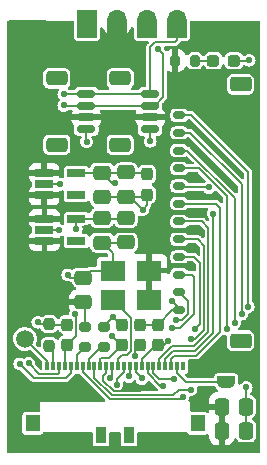
<source format=gbr>
%TF.GenerationSoftware,KiCad,Pcbnew,7.0.1*%
%TF.CreationDate,2024-01-21T13:12:55-07:00*%
%TF.ProjectId,camera_v1,63616d65-7261-45f7-9631-2e6b69636164,rev?*%
%TF.SameCoordinates,Original*%
%TF.FileFunction,Copper,L1,Top*%
%TF.FilePolarity,Positive*%
%FSLAX46Y46*%
G04 Gerber Fmt 4.6, Leading zero omitted, Abs format (unit mm)*
G04 Created by KiCad (PCBNEW 7.0.1) date 2024-01-21 13:12:55*
%MOMM*%
%LPD*%
G01*
G04 APERTURE LIST*
G04 Aperture macros list*
%AMRoundRect*
0 Rectangle with rounded corners*
0 $1 Rounding radius*
0 $2 $3 $4 $5 $6 $7 $8 $9 X,Y pos of 4 corners*
0 Add a 4 corners polygon primitive as box body*
4,1,4,$2,$3,$4,$5,$6,$7,$8,$9,$2,$3,0*
0 Add four circle primitives for the rounded corners*
1,1,$1+$1,$2,$3*
1,1,$1+$1,$4,$5*
1,1,$1+$1,$6,$7*
1,1,$1+$1,$8,$9*
0 Add four rect primitives between the rounded corners*
20,1,$1+$1,$2,$3,$4,$5,0*
20,1,$1+$1,$4,$5,$6,$7,0*
20,1,$1+$1,$6,$7,$8,$9,0*
20,1,$1+$1,$8,$9,$2,$3,0*%
%AMFreePoly0*
4,1,19,0.500000,-0.750000,0.000000,-0.750000,0.000000,-0.744911,-0.071157,-0.744911,-0.207708,-0.704816,-0.327430,-0.627875,-0.420627,-0.520320,-0.479746,-0.390866,-0.500000,-0.250000,-0.500000,0.250000,-0.479746,0.390866,-0.420627,0.520320,-0.327430,0.627875,-0.207708,0.704816,-0.071157,0.744911,0.000000,0.744911,0.000000,0.750000,0.500000,0.750000,0.500000,-0.750000,0.500000,-0.750000,
$1*%
%AMFreePoly1*
4,1,19,0.000000,0.744911,0.071157,0.744911,0.207708,0.704816,0.327430,0.627875,0.420627,0.520320,0.479746,0.390866,0.500000,0.250000,0.500000,-0.250000,0.479746,-0.390866,0.420627,-0.520320,0.327430,-0.627875,0.207708,-0.704816,0.071157,-0.744911,0.000000,-0.744911,0.000000,-0.750000,-0.500000,-0.750000,-0.500000,0.750000,0.000000,0.750000,0.000000,0.744911,0.000000,0.744911,
$1*%
G04 Aperture macros list end*
%TA.AperFunction,SMDPad,CuDef*%
%ADD10R,0.300000X0.800000*%
%TD*%
%TA.AperFunction,SMDPad,CuDef*%
%ADD11R,0.850000X1.400000*%
%TD*%
%TA.AperFunction,SMDPad,CuDef*%
%ADD12R,1.220000X1.400000*%
%TD*%
%TA.AperFunction,SMDPad,CuDef*%
%ADD13R,1.560000X0.650000*%
%TD*%
%TA.AperFunction,SMDPad,CuDef*%
%ADD14RoundRect,0.200000X0.275000X-0.200000X0.275000X0.200000X-0.275000X0.200000X-0.275000X-0.200000X0*%
%TD*%
%TA.AperFunction,SMDPad,CuDef*%
%ADD15RoundRect,0.200000X-0.275000X0.200000X-0.275000X-0.200000X0.275000X-0.200000X0.275000X0.200000X0*%
%TD*%
%TA.AperFunction,SMDPad,CuDef*%
%ADD16RoundRect,0.200000X-0.200000X-0.275000X0.200000X-0.275000X0.200000X0.275000X-0.200000X0.275000X0*%
%TD*%
%TA.AperFunction,SMDPad,CuDef*%
%ADD17R,2.100000X1.800000*%
%TD*%
%TA.AperFunction,SMDPad,CuDef*%
%ADD18FreePoly0,90.000000*%
%TD*%
%TA.AperFunction,SMDPad,CuDef*%
%ADD19FreePoly1,90.000000*%
%TD*%
%TA.AperFunction,ComponentPad*%
%ADD20R,1.700000X1.700000*%
%TD*%
%TA.AperFunction,ComponentPad*%
%ADD21O,1.700000X1.700000*%
%TD*%
%TA.AperFunction,SMDPad,CuDef*%
%ADD22RoundRect,0.150000X0.625000X-0.150000X0.625000X0.150000X-0.625000X0.150000X-0.625000X-0.150000X0*%
%TD*%
%TA.AperFunction,SMDPad,CuDef*%
%ADD23RoundRect,0.250000X0.650000X-0.350000X0.650000X0.350000X-0.650000X0.350000X-0.650000X-0.350000X0*%
%TD*%
%TA.AperFunction,SMDPad,CuDef*%
%ADD24RoundRect,0.150000X0.350000X-0.150000X0.350000X0.150000X-0.350000X0.150000X-0.350000X-0.150000X0*%
%TD*%
%TA.AperFunction,SMDPad,CuDef*%
%ADD25RoundRect,0.250000X0.650000X-0.375000X0.650000X0.375000X-0.650000X0.375000X-0.650000X-0.375000X0*%
%TD*%
%TA.AperFunction,SMDPad,CuDef*%
%ADD26C,1.500000*%
%TD*%
%TA.AperFunction,SMDPad,CuDef*%
%ADD27RoundRect,0.237500X-0.237500X0.250000X-0.237500X-0.250000X0.237500X-0.250000X0.237500X0.250000X0*%
%TD*%
%TA.AperFunction,SMDPad,CuDef*%
%ADD28RoundRect,0.237500X0.287500X0.237500X-0.287500X0.237500X-0.287500X-0.237500X0.287500X-0.237500X0*%
%TD*%
%TA.AperFunction,SMDPad,CuDef*%
%ADD29RoundRect,0.237500X0.237500X-0.300000X0.237500X0.300000X-0.237500X0.300000X-0.237500X-0.300000X0*%
%TD*%
%TA.AperFunction,SMDPad,CuDef*%
%ADD30RoundRect,0.250000X-0.475000X0.337500X-0.475000X-0.337500X0.475000X-0.337500X0.475000X0.337500X0*%
%TD*%
%TA.AperFunction,SMDPad,CuDef*%
%ADD31RoundRect,0.250000X0.475000X-0.337500X0.475000X0.337500X-0.475000X0.337500X-0.475000X-0.337500X0*%
%TD*%
%TA.AperFunction,SMDPad,CuDef*%
%ADD32RoundRect,0.250000X-0.337500X-0.475000X0.337500X-0.475000X0.337500X0.475000X-0.337500X0.475000X0*%
%TD*%
%TA.AperFunction,SMDPad,CuDef*%
%ADD33RoundRect,0.237500X-0.237500X0.300000X-0.237500X-0.300000X0.237500X-0.300000X0.237500X0.300000X0*%
%TD*%
%TA.AperFunction,ViaPad*%
%ADD34C,0.560000*%
%TD*%
%TA.AperFunction,Conductor*%
%ADD35C,0.152400*%
%TD*%
G04 APERTURE END LIST*
D10*
%TO.P,X1,1,STROBE*%
%TO.N,Net-(J1-Pin_1)*%
X150330000Y-134900000D03*
%TO.P,X1,2,AGND*%
%TO.N,AGND*%
X150830000Y-134900000D03*
%TO.P,X1,3,SDA*%
%TO.N,SDA1*%
X151330000Y-134900000D03*
%TO.P,X1,4,AVDD*%
%TO.N,2.8V*%
X151830000Y-134900000D03*
%TO.P,X1,5,SCL*%
%TO.N,SCL1*%
X152330000Y-134900000D03*
%TO.P,X1,6,~{RESET}*%
%TO.N,Net-(X1-~{RESET})*%
X152830000Y-134900000D03*
%TO.P,X1,7,VSYNC*%
%TO.N,BURN_RELAY_A {slash} VS*%
X153330000Y-134900000D03*
%TO.P,X1,8,PWDN*%
%TO.N,Net-(X1-PWDN)*%
X153830000Y-134900000D03*
%TO.P,X1,9,HSYNC*%
%TO.N,HS*%
X154330000Y-134900000D03*
%TO.P,X1,10,DVDD*%
%TO.N,1.5V*%
X154830000Y-134900000D03*
%TO.P,X1,11,DOVDD*%
%TO.N,+3V3*%
X155330000Y-134900000D03*
%TO.P,X1,12,DATA9*%
%TO.N,D9*%
X155830000Y-134900000D03*
%TO.P,X1,13,XCLK*%
%TO.N,Net-(OSC1-OUT)*%
X156330000Y-134900000D03*
%TO.P,X1,14,DATA8*%
%TO.N,D8*%
X156830000Y-134900000D03*
%TO.P,X1,15,DGND*%
%TO.N,GND*%
X157330000Y-134900000D03*
%TO.P,X1,16,DATA7*%
%TO.N,ENABLE_BURN {slash} D7*%
X157830000Y-134900000D03*
%TO.P,X1,17,PCLK*%
%TO.N,VBUS_RESET {slash} PC*%
X158330000Y-134900000D03*
%TO.P,X1,18,DATA6*%
%TO.N,D6*%
X158830000Y-134900000D03*
%TO.P,X1,19,DATA2*%
%TO.N,I2C_RESET {slash} D2*%
X159330000Y-134900000D03*
%TO.P,X1,20,DATA5*%
%TO.N,D5*%
X159830000Y-134900000D03*
%TO.P,X1,21,DATA3*%
%TO.N,ENAB_RF {slash} D3*%
X160330000Y-134900000D03*
%TO.P,X1,22,DATA4*%
%TO.N,D4*%
X160830000Y-134900000D03*
%TO.P,X1,23,DATA1*%
%TO.N,Net-(JP1-A)*%
X161330000Y-134900000D03*
%TO.P,X1,24,DATA0*%
%TO.N,unconnected-(X1-DATA0-Pad24)*%
X161830000Y-134900000D03*
D11*
%TO.P,X1,MP*%
%TO.N,N/C*%
X154905000Y-140760000D03*
D12*
X163070000Y-139750000D03*
X149090000Y-139750000D03*
D11*
X157255000Y-140760000D03*
%TD*%
D13*
%TO.P,U3,1,IN*%
%TO.N,+3V3*%
X150100000Y-122427500D03*
%TO.P,U3,2,GND*%
%TO.N,GND*%
X150100000Y-123377500D03*
%TO.P,U3,3,EN*%
%TO.N,+3V3*%
X150100000Y-124327500D03*
%TO.P,U3,4,P4*%
%TO.N,unconnected-(U3-P4-Pad4)*%
X152800000Y-124327500D03*
%TO.P,U3,5,OUT*%
%TO.N,2.8V*%
X152800000Y-122427500D03*
%TD*%
%TO.P,U2,1,IN*%
%TO.N,+3V3*%
X150070000Y-118562500D03*
%TO.P,U2,2,GND*%
%TO.N,GND*%
X150070000Y-119512500D03*
%TO.P,U2,3,EN*%
%TO.N,+3V3*%
X150070000Y-120462500D03*
%TO.P,U2,4,P4*%
%TO.N,unconnected-(U2-P4-Pad4)*%
X152770000Y-120462500D03*
%TO.P,U2,5,OUT*%
%TO.N,1.5V*%
X152770000Y-118562500D03*
%TD*%
D14*
%TO.P,R7,1*%
%TO.N,Net-(X1-PWDN)*%
X155110000Y-133260000D03*
%TO.P,R7,2*%
%TO.N,GND*%
X155110000Y-131610000D03*
%TD*%
D15*
%TO.P,R6,1*%
%TO.N,+3V3*%
X153570000Y-131605000D03*
%TO.P,R6,2*%
%TO.N,Net-(X1-~{RESET})*%
X153570000Y-133255000D03*
%TD*%
D16*
%TO.P,R5,1*%
%TO.N,+3V3*%
X161170000Y-109050000D03*
%TO.P,R5,2*%
%TO.N,Net-(D1-A)*%
X162820000Y-109050000D03*
%TD*%
D17*
%TO.P,OSC1,1,INH*%
%TO.N,+3V3*%
X158960000Y-126820000D03*
%TO.P,OSC1,2,GND*%
%TO.N,GND*%
X155860000Y-126820000D03*
%TO.P,OSC1,3,OUT*%
%TO.N,Net-(OSC1-OUT)*%
X155860000Y-129320000D03*
%TO.P,OSC1,4,VCC*%
%TO.N,+3V3*%
X158960000Y-129320000D03*
%TD*%
D18*
%TO.P,JP1,1,A*%
%TO.N,Net-(JP1-A)*%
X165500000Y-136290000D03*
D19*
%TO.P,JP1,2,B*%
%TO.N,+3V3*%
X165500000Y-134990000D03*
%TD*%
D20*
%TO.P,J10,1,Pin_1*%
%TO.N,GND*%
X153690000Y-105650000D03*
D21*
%TO.P,J10,2,Pin_2*%
%TO.N,+3V3*%
X156230000Y-105650000D03*
%TO.P,J10,3,Pin_3*%
%TO.N,SDA1*%
X158770000Y-105650000D03*
%TO.P,J10,4,Pin_4*%
%TO.N,SCL1*%
X161310000Y-105650000D03*
%TD*%
D22*
%TO.P,J9,1,Pin_1*%
%TO.N,GND*%
X153650000Y-114857500D03*
%TO.P,J9,2,Pin_2*%
%TO.N,+3V3*%
X153650000Y-113857500D03*
%TO.P,J9,3,Pin_3*%
%TO.N,SDA1*%
X153650000Y-112857500D03*
%TO.P,J9,4,Pin_4*%
%TO.N,SCL1*%
X153650000Y-111857500D03*
D23*
%TO.P,J9,MP*%
%TO.N,N/C*%
X151125000Y-116157500D03*
X151125000Y-110557500D03*
%TD*%
D22*
%TO.P,J8,1,Pin_1*%
%TO.N,GND*%
X159050000Y-114857500D03*
%TO.P,J8,2,Pin_2*%
%TO.N,+3V3*%
X159050000Y-113857500D03*
%TO.P,J8,3,Pin_3*%
%TO.N,SDA1*%
X159050000Y-112857500D03*
%TO.P,J8,4,Pin_4*%
%TO.N,SCL1*%
X159050000Y-111857500D03*
D23*
%TO.P,J8,MP*%
%TO.N,N/C*%
X156525000Y-116157500D03*
X156525000Y-110557500D03*
%TD*%
D24*
%TO.P,J7,1,Pin_1*%
%TO.N,GND*%
X161510000Y-130165000D03*
%TO.P,J7,2,Pin_2*%
%TO.N,D9*%
X161510000Y-128665000D03*
%TO.P,J7,3,Pin_3*%
%TO.N,D8*%
X161510000Y-127165000D03*
%TO.P,J7,4,Pin_4*%
%TO.N,ENABLE_BURN {slash} D7*%
X161510000Y-125665000D03*
%TO.P,J7,5,Pin_5*%
%TO.N,D6*%
X161510000Y-124165000D03*
%TO.P,J7,6,Pin_6*%
%TO.N,D5*%
X161510000Y-122665000D03*
%TO.P,J7,7,Pin_7*%
%TO.N,D4*%
X161510000Y-121165000D03*
%TO.P,J7,8,Pin_8*%
%TO.N,ENAB_RF {slash} D3*%
X161510000Y-119665000D03*
%TO.P,J7,9,Pin_9*%
%TO.N,I2C_RESET {slash} D2*%
X161510000Y-118165000D03*
%TO.P,J7,10,Pin_10*%
%TO.N,VBUS_RESET {slash} PC*%
X161510000Y-116665000D03*
%TO.P,J7,11,Pin_11*%
%TO.N,BURN_RELAY_A {slash} VS*%
X161510000Y-115165000D03*
%TO.P,J7,12,Pin_12*%
%TO.N,HS*%
X161510000Y-113665000D03*
D25*
%TO.P,J7,MP*%
%TO.N,N/C*%
X166700000Y-111060000D03*
X166700000Y-132770000D03*
%TD*%
D26*
%TO.P,J1,1,Pin_1*%
%TO.N,Net-(J1-Pin_1)*%
X148450000Y-132610000D03*
%TD*%
D27*
%TO.P,FB1,1,P$1*%
%TO.N,GND*%
X150510000Y-131355000D03*
%TO.P,FB1,2,P$2*%
%TO.N,AGND*%
X150510000Y-133180000D03*
%TD*%
D28*
%TO.P,D1,1,K*%
%TO.N,GND*%
X166150000Y-109060000D03*
%TO.P,D1,2,A*%
%TO.N,Net-(D1-A)*%
X164400000Y-109060000D03*
%TD*%
D29*
%TO.P,C12,1,1*%
%TO.N,VBUS_RESET {slash} PC*%
X159700000Y-133122500D03*
%TO.P,C12,2,2*%
%TO.N,GND*%
X159700000Y-131397500D03*
%TD*%
%TO.P,C11,2,2*%
%TO.N,GND*%
X152040000Y-131405000D03*
%TO.P,C11,1,1*%
%TO.N,2.8V*%
X152040000Y-133130000D03*
%TD*%
%TO.P,C10,1,1*%
%TO.N,1.5V*%
X156640000Y-133120000D03*
%TO.P,C10,2,2*%
%TO.N,GND*%
X156640000Y-131395000D03*
%TD*%
%TO.P,C9,1,1*%
%TO.N,+3V3*%
X158170000Y-133122500D03*
%TO.P,C9,2,2*%
%TO.N,GND*%
X158170000Y-131397500D03*
%TD*%
D30*
%TO.P,C8,1,1*%
%TO.N,2.8V*%
X154950000Y-122380000D03*
%TO.P,C8,2,2*%
%TO.N,GND*%
X154950000Y-124455000D03*
%TD*%
%TO.P,C7,1,1*%
%TO.N,2.8V*%
X157000000Y-122370000D03*
%TO.P,C7,2,2*%
%TO.N,GND*%
X157000000Y-124445000D03*
%TD*%
D31*
%TO.P,C6,1,1*%
%TO.N,+3V3*%
X153400000Y-129487500D03*
%TO.P,C6,2,2*%
%TO.N,GND*%
X153400000Y-127412500D03*
%TD*%
D32*
%TO.P,C5,1,1*%
%TO.N,+3V3*%
X165095000Y-138340000D03*
%TO.P,C5,2,2*%
%TO.N,GND*%
X167170000Y-138340000D03*
%TD*%
%TO.P,C4,1,1*%
%TO.N,+3V3*%
X165095000Y-140390000D03*
%TO.P,C4,2,2*%
%TO.N,GND*%
X167170000Y-140390000D03*
%TD*%
D30*
%TO.P,C3,1,1*%
%TO.N,1.5V*%
X157000000Y-118515000D03*
%TO.P,C3,2,2*%
%TO.N,GND*%
X157000000Y-120590000D03*
%TD*%
%TO.P,C2,1,1*%
%TO.N,1.5V*%
X154950000Y-118522500D03*
%TO.P,C2,2,2*%
%TO.N,GND*%
X154950000Y-120597500D03*
%TD*%
D33*
%TO.P,C1,1,1*%
%TO.N,1.5V*%
X158790000Y-118660000D03*
%TO.P,C1,2,2*%
%TO.N,GND*%
X158790000Y-120385000D03*
%TD*%
D34*
%TO.N,1.5V*%
X156100000Y-119420000D03*
X155814936Y-132336190D03*
%TO.N,GND*%
X167180000Y-136720000D03*
%TO.N,2.8V*%
X152790000Y-123300000D03*
X152721871Y-130542306D03*
%TO.N,+3V3*%
X163050000Y-138140000D03*
X153660000Y-137080000D03*
%TO.N,GND*%
X158400000Y-121690000D03*
X151450000Y-119510000D03*
X151290000Y-123420000D03*
%TO.N,+3V3*%
X154630000Y-110610000D03*
X155570000Y-113700000D03*
%TO.N,GND*%
X153660000Y-115910000D03*
X159060000Y-115880000D03*
%TO.N,SDA1*%
X159692940Y-108052940D03*
%TO.N,SCL1*%
X151740000Y-111890000D03*
X148001258Y-134723974D03*
%TO.N,SDA1*%
X148760000Y-134690000D03*
X151740000Y-112840000D03*
%TO.N,HS*%
X162490000Y-136930000D03*
X167355700Y-129900000D03*
%TO.N,BURN_RELAY_A {slash} VS*%
X166800000Y-130510000D03*
X161810000Y-137520000D03*
%TO.N,GND*%
X167440000Y-109020000D03*
X155900000Y-130730000D03*
X149540000Y-131190000D03*
X152080000Y-127190000D03*
X160930000Y-129440000D03*
%TO.N,D8*%
X160863716Y-131697921D03*
X156215387Y-136476482D03*
%TO.N,D9*%
X161260000Y-131050000D03*
X155662080Y-135956200D03*
%TO.N,ENABLE_BURN {slash} D7*%
X158355700Y-135950000D03*
X162880000Y-131749500D03*
%TO.N,VBUS_RESET {slash} PC*%
X160559894Y-132787623D03*
X166200000Y-131220000D03*
%TO.N,GND*%
X157244300Y-135782512D03*
%TO.N,+3V3*%
X157800000Y-134020498D03*
X158500000Y-136730000D03*
%TO.N,D6*%
X162532876Y-132652876D03*
X160120000Y-136554840D03*
%TO.N,I2C_RESET {slash} D2*%
X165550000Y-131750000D03*
X161040860Y-135999140D03*
%TO.N,ENAB_RF {slash} D3*%
X164030000Y-119780000D03*
X164384300Y-122000027D03*
%TD*%
D35*
%TO.N,1.5V*%
X155847500Y-119420000D02*
X154950000Y-118522500D01*
X156100000Y-119420000D02*
X155847500Y-119420000D01*
X156598746Y-133120000D02*
X155814936Y-132336190D01*
X156640000Y-133120000D02*
X156598746Y-133120000D01*
%TO.N,GND*%
X167170000Y-136730000D02*
X167180000Y-136720000D01*
X167170000Y-138340000D02*
X167170000Y-136730000D01*
X167170000Y-140390000D02*
X167170000Y-138340000D01*
%TO.N,2.8V*%
X152790000Y-122437500D02*
X152800000Y-122427500D01*
X152790000Y-123300000D02*
X152790000Y-122437500D01*
X152791200Y-130611635D02*
X152721871Y-130542306D01*
X152791200Y-132378800D02*
X152791200Y-130611635D01*
X152040000Y-133130000D02*
X152791200Y-132378800D01*
%TO.N,+3V3*%
X163250000Y-138340000D02*
X163050000Y-138140000D01*
X165095000Y-138340000D02*
X163250000Y-138340000D01*
X153570000Y-129657500D02*
X153400000Y-129487500D01*
X153570000Y-131605000D02*
X153570000Y-129657500D01*
%TO.N,GND*%
X158790000Y-121300000D02*
X158400000Y-121690000D01*
X158790000Y-120385000D02*
X158790000Y-121300000D01*
X157300000Y-120590000D02*
X158400000Y-121690000D01*
X157000000Y-120590000D02*
X157300000Y-120590000D01*
X155860000Y-125365000D02*
X154950000Y-124455000D01*
X155860000Y-126820000D02*
X155860000Y-125365000D01*
X156990000Y-124455000D02*
X157000000Y-124445000D01*
X154950000Y-124455000D02*
X156990000Y-124455000D01*
X158577500Y-120597500D02*
X158790000Y-120385000D01*
X154950000Y-120597500D02*
X158577500Y-120597500D01*
X151447500Y-119512500D02*
X151450000Y-119510000D01*
X150070000Y-119512500D02*
X151447500Y-119512500D01*
X151247500Y-123377500D02*
X151290000Y-123420000D01*
X150100000Y-123377500D02*
X151247500Y-123377500D01*
X153650000Y-115900000D02*
X153660000Y-115910000D01*
X153650000Y-114857500D02*
X153650000Y-115900000D01*
X159050000Y-115870000D02*
X159060000Y-115880000D01*
X159050000Y-114857500D02*
X159050000Y-115870000D01*
%TO.N,SCL1*%
X161310000Y-107300000D02*
X161310000Y-105853200D01*
X159462554Y-107496740D02*
X161113260Y-107496740D01*
X159050000Y-107909294D02*
X159462554Y-107496740D01*
X159050000Y-111857500D02*
X159050000Y-107909294D01*
X161113260Y-107496740D02*
X161310000Y-107300000D01*
%TO.N,SDA1*%
X160120000Y-108480000D02*
X159692940Y-108052940D01*
X159427738Y-112857500D02*
X160120000Y-112165238D01*
X160120000Y-112165238D02*
X160120000Y-108480000D01*
X159050000Y-112857500D02*
X159427738Y-112857500D01*
X153650000Y-112857500D02*
X159050000Y-112857500D01*
%TO.N,SCL1*%
X153650000Y-111857500D02*
X159050000Y-111857500D01*
X151740000Y-111890000D02*
X153617500Y-111890000D01*
X149205884Y-135928600D02*
X148001258Y-134723974D01*
X151903800Y-135928600D02*
X149205884Y-135928600D01*
X152330000Y-135502400D02*
X151903800Y-135928600D01*
X153617500Y-111890000D02*
X153650000Y-111857500D01*
X152330000Y-134900000D02*
X152330000Y-135502400D01*
%TO.N,SDA1*%
X151757500Y-112857500D02*
X153650000Y-112857500D01*
X151740000Y-112840000D02*
X151757500Y-112857500D01*
X151256200Y-135576200D02*
X149646200Y-135576200D01*
X151330000Y-135502400D02*
X151256200Y-135576200D01*
X149646200Y-135576200D02*
X148760000Y-134690000D01*
X151330000Y-134900000D02*
X151330000Y-135502400D01*
%TO.N,1.5V*%
X158692500Y-118562500D02*
X152770000Y-118562500D01*
X158790000Y-118660000D02*
X158692500Y-118562500D01*
%TO.N,2.8V*%
X156942500Y-122427500D02*
X152800000Y-122427500D01*
X157000000Y-122370000D02*
X156942500Y-122427500D01*
%TO.N,HS*%
X162545000Y-113665000D02*
X161510000Y-113665000D01*
X167355700Y-118475700D02*
X162545000Y-113665000D01*
X167355700Y-129900000D02*
X167355700Y-118475700D01*
X161450000Y-136930000D02*
X162490000Y-136930000D01*
X160995418Y-137384582D02*
X161450000Y-136930000D01*
%TO.N,BURN_RELAY_A {slash} VS*%
X162445000Y-115165000D02*
X161510000Y-115165000D01*
X166800000Y-130510000D02*
X166800000Y-119520000D01*
X155660245Y-137736982D02*
X161593018Y-137736982D01*
X153330000Y-135406737D02*
X155660245Y-137736982D01*
X153330000Y-134900000D02*
X153330000Y-135406737D01*
X166800000Y-119520000D02*
X162445000Y-115165000D01*
X161593018Y-137736982D02*
X161810000Y-137520000D01*
%TO.N,HS*%
X155806214Y-137384582D02*
X160995418Y-137384582D01*
X154330000Y-135908368D02*
X155806214Y-137384582D01*
X154330000Y-134900000D02*
X154330000Y-135908368D01*
%TO.N,+3V3*%
X155060000Y-136140000D02*
X155060000Y-135772400D01*
X155952182Y-137032182D02*
X155060000Y-136140000D01*
X158197818Y-137032182D02*
X155952182Y-137032182D01*
X155060000Y-135772400D02*
X155330000Y-135502400D01*
X158500000Y-136730000D02*
X158197818Y-137032182D01*
X155330000Y-135502400D02*
X155330000Y-134900000D01*
%TO.N,GND*%
X167400000Y-109060000D02*
X167440000Y-109020000D01*
X166150000Y-109060000D02*
X167400000Y-109060000D01*
%TO.N,Net-(D1-A)*%
X164390000Y-109050000D02*
X164400000Y-109060000D01*
X162820000Y-109050000D02*
X164390000Y-109050000D01*
%TO.N,GND*%
X155900000Y-130730000D02*
X156565000Y-131395000D01*
X155325000Y-131395000D02*
X155110000Y-131610000D01*
X155325000Y-131305000D02*
X155325000Y-131395000D01*
X155900000Y-130730000D02*
X155325000Y-131305000D01*
X156565000Y-131395000D02*
X156640000Y-131395000D01*
X149705000Y-131355000D02*
X149540000Y-131190000D01*
X150510000Y-131355000D02*
X149705000Y-131355000D01*
X152302500Y-127412500D02*
X152080000Y-127190000D01*
X153400000Y-127412500D02*
X152302500Y-127412500D01*
X150560000Y-131405000D02*
X150510000Y-131355000D01*
X152040000Y-131405000D02*
X150560000Y-131405000D01*
X160932500Y-130165000D02*
X159700000Y-131397500D01*
X161510000Y-130165000D02*
X160932500Y-130165000D01*
X159700000Y-131397500D02*
X158170000Y-131397500D01*
%TO.N,D8*%
X156215387Y-136024839D02*
X156830000Y-135410226D01*
X156215387Y-136476482D02*
X156215387Y-136024839D01*
X156830000Y-135410226D02*
X156830000Y-134900000D01*
%TO.N,D9*%
X155662080Y-135956200D02*
X155830000Y-135788280D01*
X155830000Y-135788280D02*
X155830000Y-134900000D01*
%TO.N,GND*%
X161510000Y-130020000D02*
X160930000Y-129440000D01*
X161510000Y-130165000D02*
X161510000Y-130020000D01*
%TO.N,D8*%
X162625000Y-127165000D02*
X161510000Y-127165000D01*
X162800000Y-127340000D02*
X162625000Y-127165000D01*
X162800000Y-130476106D02*
X162800000Y-127340000D01*
X160863716Y-131697921D02*
X161578185Y-131697921D01*
X161578185Y-131697921D02*
X162800000Y-130476106D01*
%TO.N,D9*%
X162286200Y-129441200D02*
X161510000Y-128665000D01*
X162286200Y-130491538D02*
X162286200Y-129441200D01*
X161727738Y-131050000D02*
X162286200Y-130491538D01*
X161260000Y-131050000D02*
X161727738Y-131050000D01*
%TO.N,GND*%
X157244300Y-135782512D02*
X157330000Y-135696812D01*
X157330000Y-135696812D02*
X157330000Y-134900000D01*
%TO.N,ENABLE_BURN {slash} D7*%
X162755000Y-125665000D02*
X161510000Y-125665000D01*
X163275200Y-126185200D02*
X162755000Y-125665000D01*
X163275200Y-131354800D02*
X163275200Y-126185200D01*
X162880500Y-131749500D02*
X163275200Y-131354800D01*
X162880000Y-131749500D02*
X162880500Y-131749500D01*
X157830000Y-135424300D02*
X158355700Y-135950000D01*
X157830000Y-134900000D02*
X157830000Y-135424300D01*
%TO.N,VBUS_RESET {slash} PC*%
X162199954Y-116665000D02*
X161510000Y-116665000D01*
X166200000Y-120665046D02*
X162199954Y-116665000D01*
X166200000Y-131220000D02*
X166200000Y-120665046D01*
X160225017Y-133122500D02*
X160559894Y-132787623D01*
X159700000Y-133122500D02*
X160225017Y-133122500D01*
%TO.N,+3V3*%
X157800000Y-133492500D02*
X158170000Y-133122500D01*
X157800000Y-134020498D02*
X157800000Y-133492500D01*
%TO.N,D6*%
X163627600Y-124710000D02*
X163082600Y-124165000D01*
X163627600Y-131845664D02*
X163627600Y-124710000D01*
X162820388Y-132652876D02*
X163627600Y-131845664D01*
X162532876Y-132652876D02*
X162820388Y-132652876D01*
X163082600Y-124165000D02*
X161510000Y-124165000D01*
X159884072Y-136554840D02*
X160120000Y-136554840D01*
X158830000Y-135500768D02*
X159884072Y-136554840D01*
X158830000Y-134900000D02*
X158830000Y-135500768D01*
%TO.N,I2C_RESET {slash} D2*%
X163201586Y-118165000D02*
X161510000Y-118165000D01*
X165550000Y-120513414D02*
X163201586Y-118165000D01*
X165550000Y-131750000D02*
X165550000Y-120513414D01*
X159826740Y-135999140D02*
X161040860Y-135999140D01*
X159330000Y-135502400D02*
X159826740Y-135999140D01*
X159330000Y-134900000D02*
X159330000Y-135502400D01*
%TO.N,D5*%
X163435000Y-122665000D02*
X161510000Y-122665000D01*
X163980000Y-123210000D02*
X163435000Y-122665000D01*
X163980000Y-131991632D02*
X163980000Y-123210000D01*
X162760816Y-133210816D02*
X163980000Y-131991632D01*
X160920048Y-133210816D02*
X162760816Y-133210816D01*
X159830000Y-134300864D02*
X160920048Y-133210816D01*
X159830000Y-134900000D02*
X159830000Y-134300864D01*
%TO.N,ENAB_RF {slash} D3*%
X161625000Y-119780000D02*
X161510000Y-119665000D01*
X164030000Y-119780000D02*
X161625000Y-119780000D01*
X164384300Y-132085700D02*
X164384300Y-122000027D01*
X161019232Y-133610000D02*
X162860000Y-133610000D01*
X162860000Y-133610000D02*
X164384300Y-132085700D01*
X160330000Y-134299232D02*
X161019232Y-133610000D01*
X160330000Y-134900000D02*
X160330000Y-134299232D01*
%TO.N,D4*%
X164605000Y-121165000D02*
X161510000Y-121165000D01*
X164940000Y-121500000D02*
X164605000Y-121165000D01*
X161107600Y-134020000D02*
X162970000Y-134020000D01*
X162970000Y-134020000D02*
X164940000Y-132050000D01*
X160830000Y-134297600D02*
X161107600Y-134020000D01*
X164940000Y-132050000D02*
X164940000Y-121500000D01*
X160830000Y-134900000D02*
X160830000Y-134297600D01*
%TO.N,Net-(JP1-A)*%
X162117600Y-136290000D02*
X161330000Y-135502400D01*
X161330000Y-135502400D02*
X161330000Y-134900000D01*
X165500000Y-136290000D02*
X162117600Y-136290000D01*
%TO.N,VBUS_RESET {slash} PC*%
X158330000Y-134297600D02*
X159505100Y-133122500D01*
X158330000Y-134900000D02*
X158330000Y-134297600D01*
X159505100Y-133122500D02*
X159700000Y-133122500D01*
%TO.N,GND*%
X155860000Y-126820000D02*
X153992500Y-126820000D01*
X153992500Y-126820000D02*
X153400000Y-127412500D01*
%TO.N,+3V3*%
X158960000Y-129320000D02*
X158960000Y-126820000D01*
%TO.N,Net-(OSC1-OUT)*%
X157391200Y-130851200D02*
X155860000Y-129320000D01*
X157391200Y-133632782D02*
X157391200Y-130851200D01*
X156677600Y-133950000D02*
X157073982Y-133950000D01*
X156330000Y-134297600D02*
X156677600Y-133950000D01*
X156330000Y-134900000D02*
X156330000Y-134297600D01*
X157073982Y-133950000D02*
X157391200Y-133632782D01*
%TO.N,1.5V*%
X154903800Y-134223800D02*
X154830000Y-134297600D01*
X156640000Y-133120000D02*
X155536200Y-134223800D01*
X155536200Y-134223800D02*
X154903800Y-134223800D01*
X154830000Y-134297600D02*
X154830000Y-134900000D01*
%TO.N,Net-(X1-PWDN)*%
X153830000Y-134297600D02*
X153830000Y-134900000D01*
X154867600Y-133260000D02*
X153830000Y-134297600D01*
X155110000Y-133260000D02*
X154867600Y-133260000D01*
%TO.N,Net-(X1-~{RESET})*%
X152830000Y-133995000D02*
X152830000Y-134900000D01*
X153570000Y-133255000D02*
X152830000Y-133995000D01*
%TO.N,2.8V*%
X151830000Y-133340000D02*
X151830000Y-134900000D01*
X152040000Y-133130000D02*
X151830000Y-133340000D01*
%TO.N,AGND*%
X150830000Y-133500000D02*
X150830000Y-134900000D01*
X150510000Y-133180000D02*
X150830000Y-133500000D01*
%TO.N,Net-(J1-Pin_1)*%
X150330000Y-134490000D02*
X150330000Y-134900000D01*
X148450000Y-132610000D02*
X150330000Y-134490000D01*
%TD*%
%TA.AperFunction,Conductor*%
%TO.N,+3V3*%
G36*
X157824605Y-136107948D02*
G01*
X157863679Y-136158872D01*
X157888814Y-136219555D01*
X157974489Y-136331210D01*
X158055411Y-136393303D01*
X158086144Y-136416885D01*
X158216168Y-136470742D01*
X158355700Y-136489112D01*
X158495232Y-136470742D01*
X158625256Y-136416885D01*
X158736910Y-136331210D01*
X158822585Y-136219556D01*
X158827286Y-136208205D01*
X158863179Y-136159806D01*
X158917653Y-136134040D01*
X158977841Y-136136996D01*
X159029528Y-136167976D01*
X159612457Y-136750905D01*
X159639337Y-136791134D01*
X159653114Y-136824395D01*
X159676134Y-136854396D01*
X159701161Y-136917729D01*
X159688970Y-136984726D01*
X159643238Y-137035183D01*
X159577758Y-137053882D01*
X156697503Y-137053882D01*
X156632023Y-137035183D01*
X156586291Y-136984726D01*
X156574100Y-136917728D01*
X156599127Y-136854396D01*
X156660598Y-136774284D01*
X156682272Y-136746038D01*
X156736129Y-136616014D01*
X156754499Y-136476482D01*
X156736129Y-136336950D01*
X156736127Y-136336946D01*
X156735567Y-136332689D01*
X156741618Y-136275112D01*
X156773150Y-136226557D01*
X156823288Y-136197609D01*
X156881103Y-136194579D01*
X156933990Y-136218126D01*
X156974744Y-136249397D01*
X156974745Y-136249397D01*
X156974746Y-136249398D01*
X156998652Y-136259300D01*
X157104768Y-136303254D01*
X157244300Y-136321624D01*
X157383832Y-136303254D01*
X157513856Y-136249397D01*
X157625510Y-136163722D01*
X157650743Y-136130837D01*
X157701664Y-136091763D01*
X157765303Y-136083385D01*
X157824605Y-136107948D01*
G37*
%TD.AperFunction*%
%TA.AperFunction,Conductor*%
G36*
X152456561Y-105652571D02*
G01*
X152518533Y-105669203D01*
X152563897Y-105714588D01*
X152580500Y-105776571D01*
X152580500Y-107006001D01*
X152589341Y-107073162D01*
X152589342Y-107073164D01*
X152605955Y-107135164D01*
X152631880Y-107197750D01*
X152673119Y-107251494D01*
X152718506Y-107296881D01*
X152772250Y-107338120D01*
X152834836Y-107364045D01*
X152896836Y-107380658D01*
X152930417Y-107385078D01*
X152963999Y-107389500D01*
X152964000Y-107389500D01*
X154416000Y-107389500D01*
X154416001Y-107389500D01*
X154438388Y-107386552D01*
X154483164Y-107380658D01*
X154545164Y-107364045D01*
X154607750Y-107338120D01*
X154661494Y-107296881D01*
X154706881Y-107251494D01*
X154748120Y-107197750D01*
X154774045Y-107135164D01*
X154790658Y-107073164D01*
X154799500Y-107006000D01*
X154799500Y-106335983D01*
X154817211Y-106272118D01*
X154865285Y-106226498D01*
X154929989Y-106212153D01*
X154992840Y-106233182D01*
X155035882Y-106283578D01*
X155056399Y-106327576D01*
X155191893Y-106521081D01*
X155358918Y-106688106D01*
X155552423Y-106823600D01*
X155766507Y-106923430D01*
X155979999Y-106980635D01*
X155980000Y-106980636D01*
X155980000Y-105774500D01*
X155996613Y-105712500D01*
X156042000Y-105667113D01*
X156089934Y-105654269D01*
X156370555Y-105654400D01*
X156418000Y-105667113D01*
X156463387Y-105712500D01*
X156480000Y-105774500D01*
X156480000Y-106980635D01*
X156693492Y-106923430D01*
X156907576Y-106823600D01*
X157101081Y-106688106D01*
X157268106Y-106521081D01*
X157403600Y-106327576D01*
X157424118Y-106283578D01*
X157467160Y-106233182D01*
X157530011Y-106212153D01*
X157594715Y-106226498D01*
X157642789Y-106272118D01*
X157660500Y-106335983D01*
X157660500Y-107006001D01*
X157669341Y-107073162D01*
X157669342Y-107073164D01*
X157685955Y-107135164D01*
X157711880Y-107197750D01*
X157753119Y-107251494D01*
X157798506Y-107296881D01*
X157852250Y-107338120D01*
X157914836Y-107364045D01*
X157976836Y-107380658D01*
X158010417Y-107385078D01*
X158043999Y-107389500D01*
X158044000Y-107389500D01*
X158802751Y-107389500D01*
X158859046Y-107403015D01*
X158903069Y-107440615D01*
X158925224Y-107494103D01*
X158920682Y-107551819D01*
X158890433Y-107601180D01*
X158831275Y-107660337D01*
X158830205Y-107661408D01*
X158822234Y-107668712D01*
X158792760Y-107693445D01*
X158773528Y-107726753D01*
X158767721Y-107735868D01*
X158745126Y-107768139D01*
X158734610Y-107793526D01*
X158727770Y-107832320D01*
X158725429Y-107842880D01*
X158715475Y-107880026D01*
X158718828Y-107918341D01*
X158719300Y-107929149D01*
X158719300Y-111179000D01*
X158702687Y-111241000D01*
X158657300Y-111286387D01*
X158595300Y-111303000D01*
X158393164Y-111303000D01*
X158298443Y-111318001D01*
X158184277Y-111376173D01*
X158079787Y-111480664D01*
X158078676Y-111479553D01*
X158051894Y-111508527D01*
X157987104Y-111526800D01*
X157562119Y-111526800D01*
X157502692Y-111511632D01*
X157457803Y-111469839D01*
X157438435Y-111411645D01*
X157449325Y-111351288D01*
X157487807Y-111303533D01*
X157535404Y-111267904D01*
X157622342Y-111151767D01*
X157673040Y-111015842D01*
X157679500Y-110955755D01*
X157679499Y-110159246D01*
X157673040Y-110099158D01*
X157622342Y-109963233D01*
X157535404Y-109847096D01*
X157419267Y-109760158D01*
X157419264Y-109760157D01*
X157419263Y-109760156D01*
X157283345Y-109709460D01*
X157257590Y-109706691D01*
X157223255Y-109703000D01*
X157223251Y-109703000D01*
X155826748Y-109703000D01*
X155766657Y-109709460D01*
X155766658Y-109709460D01*
X155630733Y-109760158D01*
X155514596Y-109847096D01*
X155444385Y-109940889D01*
X155427656Y-109963236D01*
X155376960Y-110099154D01*
X155370500Y-110159248D01*
X155370500Y-110955751D01*
X155376075Y-111007612D01*
X155376960Y-111015842D01*
X155427658Y-111151767D01*
X155514596Y-111267904D01*
X155562192Y-111303533D01*
X155600675Y-111351288D01*
X155611565Y-111411645D01*
X155592197Y-111469839D01*
X155547308Y-111511632D01*
X155487881Y-111526800D01*
X154712896Y-111526800D01*
X154648106Y-111508527D01*
X154621323Y-111479553D01*
X154620213Y-111480664D01*
X154515722Y-111376173D01*
X154401556Y-111318001D01*
X154306836Y-111303000D01*
X154306834Y-111303000D01*
X152993166Y-111303000D01*
X152993164Y-111303000D01*
X152898443Y-111318001D01*
X152784279Y-111376172D01*
X152693672Y-111466778D01*
X152681027Y-111491596D01*
X152635332Y-111541028D01*
X152570543Y-111559300D01*
X152221118Y-111559300D01*
X152166274Y-111546512D01*
X152122742Y-111510786D01*
X152121211Y-111508791D01*
X152099111Y-111491833D01*
X152063223Y-111447969D01*
X152050600Y-111392717D01*
X152063881Y-111337620D01*
X152100286Y-111294192D01*
X152135404Y-111267904D01*
X152222342Y-111151767D01*
X152273040Y-111015842D01*
X152279500Y-110955755D01*
X152279499Y-110159246D01*
X152273040Y-110099158D01*
X152222342Y-109963233D01*
X152135404Y-109847096D01*
X152019267Y-109760158D01*
X152019264Y-109760157D01*
X152019263Y-109760156D01*
X151883345Y-109709460D01*
X151857590Y-109706691D01*
X151823255Y-109703000D01*
X151823251Y-109703000D01*
X150426748Y-109703000D01*
X150366657Y-109709460D01*
X150366658Y-109709460D01*
X150230733Y-109760158D01*
X150114596Y-109847096D01*
X150044385Y-109940889D01*
X150027656Y-109963236D01*
X149976960Y-110099154D01*
X149970500Y-110159248D01*
X149970500Y-110955751D01*
X149976075Y-111007612D01*
X149976960Y-111015842D01*
X150027658Y-111151767D01*
X150114596Y-111267904D01*
X150230733Y-111354842D01*
X150230736Y-111354843D01*
X150366654Y-111405539D01*
X150366655Y-111405539D01*
X150366658Y-111405540D01*
X150426745Y-111412000D01*
X151181613Y-111411999D01*
X151247091Y-111430697D01*
X151292823Y-111481153D01*
X151305015Y-111548150D01*
X151279990Y-111611482D01*
X151273115Y-111620441D01*
X151219258Y-111750467D01*
X151200887Y-111889999D01*
X151219258Y-112029532D01*
X151273114Y-112159555D01*
X151368728Y-112284162D01*
X151367794Y-112284878D01*
X151388535Y-112310148D01*
X151401326Y-112364988D01*
X151388545Y-112419829D01*
X151367793Y-112445121D01*
X151368728Y-112445838D01*
X151273114Y-112570444D01*
X151219258Y-112700467D01*
X151200887Y-112840000D01*
X151219258Y-112979532D01*
X151273114Y-113109555D01*
X151358789Y-113221210D01*
X151397304Y-113250763D01*
X151470444Y-113306885D01*
X151600468Y-113360742D01*
X151740000Y-113379112D01*
X151879532Y-113360742D01*
X152009556Y-113306885D01*
X152121210Y-113221210D01*
X152121209Y-113221210D01*
X152130836Y-113213824D01*
X152166464Y-113194781D01*
X152206322Y-113188200D01*
X152359555Y-113188200D01*
X152421836Y-113204975D01*
X152467265Y-113250763D01*
X152483551Y-113313174D01*
X152466287Y-113375321D01*
X152423719Y-113447299D01*
X152377900Y-113605011D01*
X152377704Y-113607499D01*
X152377705Y-113607500D01*
X154922295Y-113607500D01*
X154922295Y-113607499D01*
X154922099Y-113605011D01*
X154876280Y-113447299D01*
X154833713Y-113375321D01*
X154816449Y-113313174D01*
X154832735Y-113250763D01*
X154878164Y-113204975D01*
X154940445Y-113188200D01*
X157759555Y-113188200D01*
X157821836Y-113204975D01*
X157867265Y-113250763D01*
X157883551Y-113313174D01*
X157866287Y-113375321D01*
X157823719Y-113447299D01*
X157777900Y-113605011D01*
X157777704Y-113607499D01*
X157777705Y-113607500D01*
X160322295Y-113607500D01*
X160322295Y-113607499D01*
X160322099Y-113605011D01*
X160276280Y-113447299D01*
X160192684Y-113305945D01*
X160103198Y-113216460D01*
X160072948Y-113167096D01*
X160068406Y-113109380D01*
X160079500Y-113039336D01*
X160079500Y-112724779D01*
X160088939Y-112677326D01*
X160115819Y-112637098D01*
X160226117Y-112526800D01*
X160339806Y-112413110D01*
X160347756Y-112405824D01*
X160377239Y-112381087D01*
X160396470Y-112347775D01*
X160402266Y-112338676D01*
X160424340Y-112307155D01*
X160424341Y-112307150D01*
X160424880Y-112306381D01*
X160435388Y-112281015D01*
X160442231Y-112242204D01*
X160444569Y-112231652D01*
X160454524Y-112194505D01*
X160453972Y-112188200D01*
X160451172Y-112156191D01*
X160450700Y-112145383D01*
X160450700Y-111483251D01*
X165545500Y-111483251D01*
X165548246Y-111508790D01*
X165551960Y-111543342D01*
X165602658Y-111679267D01*
X165689596Y-111795404D01*
X165805733Y-111882342D01*
X165805736Y-111882343D01*
X165941654Y-111933039D01*
X165941655Y-111933039D01*
X165941658Y-111933040D01*
X166001745Y-111939500D01*
X167398254Y-111939499D01*
X167458342Y-111933040D01*
X167594267Y-111882342D01*
X167710404Y-111795404D01*
X167797342Y-111679267D01*
X167848040Y-111543342D01*
X167854500Y-111483255D01*
X167854499Y-110636746D01*
X167848040Y-110576658D01*
X167797342Y-110440733D01*
X167710404Y-110324596D01*
X167594267Y-110237658D01*
X167594264Y-110237657D01*
X167594263Y-110237656D01*
X167458345Y-110186960D01*
X167432590Y-110184191D01*
X167398255Y-110180500D01*
X167398251Y-110180500D01*
X166001748Y-110180500D01*
X165941658Y-110186960D01*
X165805733Y-110237658D01*
X165689596Y-110324596D01*
X165602656Y-110440736D01*
X165551960Y-110576654D01*
X165545500Y-110636748D01*
X165545500Y-111483251D01*
X160450700Y-111483251D01*
X160450700Y-110048895D01*
X160467626Y-109986355D01*
X160513785Y-109940889D01*
X160576573Y-109924909D01*
X160638850Y-109942778D01*
X160680603Y-109968019D01*
X160842893Y-110018590D01*
X160913424Y-110025000D01*
X160920000Y-110025000D01*
X160920000Y-108075001D01*
X160919999Y-108075000D01*
X161420000Y-108075000D01*
X161420000Y-110024999D01*
X161426579Y-110024999D01*
X161497104Y-110018591D01*
X161659397Y-109968018D01*
X161804875Y-109880074D01*
X161925074Y-109759875D01*
X162013017Y-109614399D01*
X162016109Y-109604478D01*
X162052936Y-109547963D01*
X162113899Y-109519088D01*
X162180956Y-109526399D01*
X162234265Y-109567732D01*
X162294989Y-109650010D01*
X162376348Y-109710055D01*
X162405227Y-109731369D01*
X162534549Y-109776621D01*
X162565251Y-109779500D01*
X163074748Y-109779499D01*
X163105451Y-109776621D01*
X163234773Y-109731369D01*
X163345010Y-109650010D01*
X163426369Y-109539773D01*
X163434730Y-109515876D01*
X163467740Y-109465645D01*
X163520494Y-109436839D01*
X163580597Y-109436226D01*
X163633927Y-109463949D01*
X163667953Y-109513492D01*
X163676242Y-109535715D01*
X163676243Y-109535717D01*
X163761025Y-109648974D01*
X163874285Y-109733758D01*
X164006838Y-109783199D01*
X164006841Y-109783199D01*
X164006843Y-109783200D01*
X164065443Y-109789500D01*
X164734556Y-109789499D01*
X164793157Y-109783200D01*
X164925715Y-109733758D01*
X165038974Y-109648974D01*
X165123758Y-109535715D01*
X165158819Y-109441713D01*
X165192468Y-109392505D01*
X165245193Y-109364685D01*
X165304807Y-109364685D01*
X165357532Y-109392505D01*
X165391180Y-109441713D01*
X165426242Y-109535715D01*
X165426243Y-109535717D01*
X165511025Y-109648974D01*
X165624285Y-109733758D01*
X165756838Y-109783199D01*
X165756841Y-109783199D01*
X165756843Y-109783200D01*
X165815443Y-109789500D01*
X166484556Y-109789499D01*
X166543157Y-109783200D01*
X166675715Y-109733758D01*
X166788974Y-109648974D01*
X166873758Y-109535715D01*
X166895325Y-109477890D01*
X166927280Y-109430220D01*
X166977280Y-109402043D01*
X167034611Y-109399398D01*
X167086990Y-109422848D01*
X167170444Y-109486885D01*
X167300468Y-109540742D01*
X167440000Y-109559112D01*
X167579532Y-109540742D01*
X167709556Y-109486885D01*
X167821210Y-109401210D01*
X167906885Y-109289556D01*
X167960742Y-109159532D01*
X167979112Y-109020000D01*
X167960742Y-108880468D01*
X167906885Y-108750444D01*
X167883717Y-108720251D01*
X167821210Y-108638789D01*
X167709555Y-108553114D01*
X167579532Y-108499258D01*
X167440000Y-108480887D01*
X167300467Y-108499258D01*
X167170444Y-108553114D01*
X167063793Y-108634950D01*
X167011412Y-108658402D01*
X166954082Y-108655757D01*
X166904083Y-108627581D01*
X166884564Y-108598465D01*
X166884442Y-108598557D01*
X166788974Y-108471025D01*
X166675714Y-108386241D01*
X166543161Y-108336800D01*
X166513857Y-108333650D01*
X166484557Y-108330500D01*
X166484553Y-108330500D01*
X165815445Y-108330500D01*
X165756843Y-108336800D01*
X165624282Y-108386243D01*
X165511025Y-108471025D01*
X165426241Y-108584284D01*
X165391180Y-108678285D01*
X165357530Y-108727495D01*
X165304805Y-108755314D01*
X165245191Y-108755314D01*
X165192466Y-108727494D01*
X165158818Y-108678285D01*
X165123758Y-108584285D01*
X165123351Y-108583741D01*
X165038974Y-108471025D01*
X164925714Y-108386241D01*
X164793161Y-108336800D01*
X164763857Y-108333650D01*
X164734557Y-108330500D01*
X164734553Y-108330500D01*
X164065445Y-108330500D01*
X164006843Y-108336800D01*
X163874282Y-108386243D01*
X163761025Y-108471025D01*
X163676242Y-108584284D01*
X163671565Y-108596824D01*
X163637538Y-108646369D01*
X163584208Y-108674092D01*
X163524105Y-108673479D01*
X163471352Y-108644674D01*
X163438343Y-108594444D01*
X163426370Y-108560228D01*
X163345010Y-108449989D01*
X163234773Y-108368631D01*
X163125804Y-108330501D01*
X163105451Y-108323379D01*
X163105450Y-108323378D01*
X163105448Y-108323378D01*
X163074752Y-108320500D01*
X162565253Y-108320500D01*
X162534550Y-108323378D01*
X162405225Y-108368631D01*
X162294990Y-108449988D01*
X162234265Y-108532268D01*
X162180956Y-108573600D01*
X162113899Y-108580911D01*
X162052937Y-108552037D01*
X162016109Y-108495522D01*
X162013017Y-108485600D01*
X161925074Y-108340124D01*
X161804875Y-108219925D01*
X161659396Y-108131980D01*
X161497106Y-108081409D01*
X161426576Y-108075000D01*
X161420000Y-108075000D01*
X160919999Y-108075000D01*
X160918413Y-108073414D01*
X160914192Y-108074931D01*
X160842895Y-108081408D01*
X160680602Y-108131981D01*
X160535124Y-108219925D01*
X160519382Y-108235667D01*
X160467264Y-108266774D01*
X160406626Y-108269420D01*
X160351997Y-108242970D01*
X160347770Y-108239423D01*
X160339796Y-108232116D01*
X160266981Y-108159301D01*
X160237242Y-108111476D01*
X160231724Y-108055429D01*
X160232052Y-108052940D01*
X160220819Y-107967625D01*
X160231377Y-107899035D01*
X160277134Y-107846859D01*
X160343759Y-107827440D01*
X160902973Y-107827440D01*
X160936023Y-107836029D01*
X160971801Y-107827440D01*
X161093405Y-107827440D01*
X161104211Y-107827911D01*
X161142527Y-107831264D01*
X161179681Y-107821307D01*
X161190224Y-107818970D01*
X161228111Y-107812291D01*
X161228112Y-107812289D01*
X161229037Y-107812127D01*
X161254407Y-107801617D01*
X161255172Y-107801080D01*
X161255176Y-107801080D01*
X161286686Y-107779015D01*
X161295804Y-107773207D01*
X161329109Y-107753979D01*
X161353846Y-107724496D01*
X161361133Y-107716545D01*
X161529806Y-107547872D01*
X161537756Y-107540586D01*
X161567239Y-107515849D01*
X161586470Y-107482537D01*
X161592270Y-107473433D01*
X161614022Y-107442370D01*
X161658339Y-107403509D01*
X161715593Y-107389500D01*
X162036001Y-107389500D01*
X162058388Y-107386552D01*
X162103164Y-107380658D01*
X162165164Y-107364045D01*
X162227750Y-107338120D01*
X162281494Y-107296881D01*
X162326881Y-107251494D01*
X162368120Y-107197750D01*
X162394045Y-107135164D01*
X162410658Y-107073164D01*
X162419500Y-107006000D01*
X162419500Y-105781282D01*
X162436123Y-105719265D01*
X162481533Y-105673876D01*
X162543553Y-105657283D01*
X167744483Y-105659712D01*
X168235558Y-105659942D01*
X168297533Y-105676574D01*
X168342897Y-105721959D01*
X168359500Y-105783942D01*
X168359500Y-142145500D01*
X168342887Y-142207500D01*
X168297500Y-142252887D01*
X168235500Y-142269500D01*
X167289500Y-142269500D01*
X147074442Y-142260058D01*
X147012467Y-142243426D01*
X146967103Y-142198041D01*
X146950500Y-142136058D01*
X146950500Y-132609999D01*
X147440640Y-132609999D01*
X147460034Y-132806914D01*
X147481598Y-132877999D01*
X147514187Y-132985434D01*
X147517474Y-132996267D01*
X147577790Y-133109111D01*
X147610748Y-133170770D01*
X147736275Y-133323725D01*
X147889230Y-133449252D01*
X148063735Y-133542527D01*
X148253084Y-133599965D01*
X148450000Y-133619360D01*
X148646916Y-133599965D01*
X148825435Y-133545811D01*
X148891559Y-133544188D01*
X148949111Y-133576791D01*
X149889181Y-134516861D01*
X149916061Y-134557089D01*
X149925500Y-134604542D01*
X149925500Y-135088458D01*
X149911985Y-135144753D01*
X149874385Y-135188776D01*
X149820898Y-135210931D01*
X149763182Y-135206389D01*
X149713819Y-135176139D01*
X149334041Y-134796361D01*
X149304302Y-134748536D01*
X149298784Y-134692489D01*
X149299112Y-134690000D01*
X149280742Y-134550468D01*
X149226885Y-134420444D01*
X149211734Y-134400699D01*
X149141210Y-134308789D01*
X149029555Y-134223114D01*
X148899532Y-134169258D01*
X148760000Y-134150887D01*
X148620467Y-134169258D01*
X148490444Y-134223114D01*
X148433977Y-134266443D01*
X148385329Y-134289128D01*
X148331653Y-134289128D01*
X148283005Y-134266443D01*
X148270813Y-134257088D01*
X148140790Y-134203232D01*
X148001258Y-134184861D01*
X147861725Y-134203232D01*
X147731702Y-134257088D01*
X147620047Y-134342763D01*
X147534372Y-134454418D01*
X147480516Y-134584441D01*
X147462145Y-134723974D01*
X147480516Y-134863506D01*
X147534372Y-134993529D01*
X147620047Y-135105184D01*
X147671615Y-135144753D01*
X147731702Y-135190859D01*
X147861726Y-135244716D01*
X148001258Y-135263086D01*
X148003748Y-135262758D01*
X148059794Y-135268276D01*
X148107619Y-135298015D01*
X148958000Y-136148396D01*
X148965308Y-136156371D01*
X148985880Y-136180888D01*
X148990035Y-136185839D01*
X149023347Y-136205071D01*
X149032459Y-136210877D01*
X149064736Y-136233479D01*
X149090107Y-136243987D01*
X149091031Y-136244149D01*
X149091033Y-136244151D01*
X149128930Y-136250832D01*
X149139459Y-136253166D01*
X149176617Y-136263123D01*
X149176618Y-136263122D01*
X149176619Y-136263123D01*
X149204178Y-136260711D01*
X149214921Y-136259771D01*
X149225728Y-136259300D01*
X151883945Y-136259300D01*
X151894751Y-136259771D01*
X151933067Y-136263124D01*
X151970221Y-136253167D01*
X151980764Y-136250830D01*
X152018651Y-136244151D01*
X152018652Y-136244149D01*
X152019577Y-136243987D01*
X152044947Y-136233477D01*
X152045712Y-136232940D01*
X152045716Y-136232940D01*
X152077226Y-136210875D01*
X152086344Y-136205067D01*
X152099262Y-136197609D01*
X152119649Y-136185839D01*
X152144386Y-136156356D01*
X152151673Y-136148405D01*
X152549805Y-135750273D01*
X152557756Y-135742986D01*
X152587239Y-135718249D01*
X152606469Y-135684939D01*
X152612275Y-135675826D01*
X152634340Y-135644316D01*
X152634340Y-135644313D01*
X152636401Y-135641371D01*
X152658563Y-135598796D01*
X152701149Y-135566118D01*
X152753555Y-135554499D01*
X152961860Y-135554499D01*
X153023860Y-135571112D01*
X153069245Y-135616497D01*
X153072761Y-135622586D01*
X153081651Y-135630046D01*
X153102226Y-135647310D01*
X153110202Y-135654619D01*
X155183902Y-137728319D01*
X155214152Y-137777682D01*
X155218694Y-137835398D01*
X155196539Y-137888885D01*
X155152516Y-137926485D01*
X155096221Y-137940000D01*
X149700000Y-137940000D01*
X149700000Y-138671500D01*
X149683387Y-138733500D01*
X149638000Y-138778887D01*
X149576000Y-138795500D01*
X148454934Y-138795500D01*
X148380698Y-138810266D01*
X148296515Y-138866515D01*
X148240265Y-138950699D01*
X148225500Y-139024930D01*
X148225500Y-140475065D01*
X148240266Y-140549301D01*
X148296515Y-140633484D01*
X148380698Y-140689733D01*
X148380699Y-140689734D01*
X148454933Y-140704500D01*
X149725066Y-140704499D01*
X149799301Y-140689734D01*
X149883484Y-140633484D01*
X149939734Y-140549301D01*
X149939734Y-140549300D01*
X149942535Y-140545109D01*
X149987184Y-140504642D01*
X150045637Y-140490000D01*
X154101500Y-140490000D01*
X154163500Y-140506613D01*
X154208887Y-140552000D01*
X154225500Y-140614000D01*
X154225500Y-141485065D01*
X154240266Y-141559301D01*
X154296515Y-141643484D01*
X154380698Y-141699733D01*
X154380699Y-141699734D01*
X154454933Y-141714500D01*
X155355066Y-141714499D01*
X155429301Y-141699734D01*
X155513484Y-141643484D01*
X155569734Y-141559301D01*
X155584500Y-141485067D01*
X155584499Y-140613999D01*
X155601112Y-140552000D01*
X155646499Y-140506613D01*
X155708499Y-140490000D01*
X156080000Y-140490000D01*
X156451500Y-140490000D01*
X156513500Y-140506613D01*
X156558887Y-140552000D01*
X156575500Y-140614000D01*
X156575500Y-141485065D01*
X156590266Y-141559301D01*
X156646515Y-141643484D01*
X156730698Y-141699733D01*
X156730699Y-141699734D01*
X156804933Y-141714500D01*
X157705066Y-141714499D01*
X157779301Y-141699734D01*
X157863484Y-141643484D01*
X157919734Y-141559301D01*
X157934500Y-141485067D01*
X157934499Y-140613999D01*
X157951112Y-140552000D01*
X157996499Y-140506613D01*
X158058499Y-140490000D01*
X162114363Y-140490000D01*
X162172816Y-140504642D01*
X162217465Y-140545109D01*
X162276515Y-140633484D01*
X162360698Y-140689733D01*
X162360699Y-140689734D01*
X162434933Y-140704500D01*
X163705066Y-140704499D01*
X163779301Y-140689734D01*
X163814608Y-140666141D01*
X163877414Y-140645392D01*
X163941952Y-140659884D01*
X163989858Y-140705493D01*
X164007500Y-140769242D01*
X164007500Y-140914978D01*
X164017993Y-141017695D01*
X164073142Y-141184122D01*
X164165183Y-141333345D01*
X164289154Y-141457316D01*
X164438377Y-141549357D01*
X164604803Y-141604506D01*
X164707521Y-141615000D01*
X164845000Y-141615000D01*
X164845000Y-138590000D01*
X164007501Y-138590000D01*
X164007501Y-138730757D01*
X163989859Y-138794506D01*
X163941954Y-138840115D01*
X163877416Y-138854608D01*
X163814610Y-138833859D01*
X163779300Y-138810265D01*
X163705069Y-138795500D01*
X163705067Y-138795500D01*
X162583999Y-138795500D01*
X162522000Y-138778888D01*
X162476613Y-138733501D01*
X162460000Y-138671501D01*
X162460000Y-137940000D01*
X162400148Y-137940000D01*
X162341695Y-137925358D01*
X162297046Y-137884891D01*
X162276745Y-137828155D01*
X162285587Y-137768548D01*
X162302250Y-137728319D01*
X162330742Y-137659532D01*
X162341912Y-137574684D01*
X162366475Y-137515384D01*
X162417398Y-137476310D01*
X162481037Y-137467932D01*
X162489999Y-137469112D01*
X162489999Y-137469111D01*
X162490000Y-137469112D01*
X162629532Y-137450742D01*
X162759556Y-137396885D01*
X162871210Y-137311210D01*
X162956885Y-137199556D01*
X163010742Y-137069532D01*
X163029112Y-136930000D01*
X163010742Y-136790468D01*
X163010741Y-136790467D01*
X163008611Y-136774284D01*
X163008785Y-136774261D01*
X163002597Y-136732548D01*
X163022897Y-136675810D01*
X163067546Y-136635342D01*
X163126000Y-136620700D01*
X164492015Y-136620700D01*
X164551442Y-136635868D01*
X164596330Y-136677660D01*
X164640274Y-136746038D01*
X164649945Y-136761086D01*
X164698313Y-136816906D01*
X164791083Y-136897291D01*
X164825428Y-136946008D01*
X164833070Y-137005128D01*
X164812242Y-137060983D01*
X164767755Y-137100664D01*
X164713773Y-137114038D01*
X164713806Y-137114359D01*
X164711548Y-137114589D01*
X164709892Y-137115000D01*
X164707528Y-137115000D01*
X164604804Y-137125493D01*
X164438377Y-137180642D01*
X164289154Y-137272683D01*
X164165183Y-137396654D01*
X164073142Y-137545877D01*
X164017993Y-137712303D01*
X164007500Y-137815021D01*
X164007500Y-138090000D01*
X165221000Y-138090000D01*
X165283000Y-138106613D01*
X165328387Y-138152000D01*
X165345000Y-138214000D01*
X165345000Y-141614999D01*
X165482479Y-141614999D01*
X165585195Y-141604506D01*
X165751622Y-141549357D01*
X165900845Y-141457316D01*
X166024816Y-141333345D01*
X166116857Y-141184121D01*
X166145422Y-141097919D01*
X166177890Y-141046863D01*
X166230653Y-141017250D01*
X166291148Y-141016129D01*
X166344972Y-141043768D01*
X166379309Y-141093586D01*
X166385156Y-141109263D01*
X166385158Y-141109267D01*
X166472096Y-141225404D01*
X166588233Y-141312342D01*
X166588236Y-141312343D01*
X166724154Y-141363039D01*
X166724155Y-141363039D01*
X166724158Y-141363040D01*
X166784245Y-141369500D01*
X167555754Y-141369499D01*
X167615842Y-141363040D01*
X167751767Y-141312342D01*
X167867904Y-141225404D01*
X167954842Y-141109267D01*
X168005540Y-140973342D01*
X168012000Y-140913255D01*
X168011999Y-139866746D01*
X168005540Y-139806658D01*
X167954842Y-139670733D01*
X167867904Y-139554596D01*
X167751767Y-139467658D01*
X167751764Y-139467656D01*
X167747237Y-139464268D01*
X167710663Y-139420505D01*
X167697547Y-139365000D01*
X167710663Y-139309495D01*
X167747237Y-139265732D01*
X167751764Y-139262343D01*
X167751767Y-139262342D01*
X167867904Y-139175404D01*
X167954842Y-139059267D01*
X168005540Y-138923342D01*
X168012000Y-138863255D01*
X168011999Y-137816746D01*
X168005540Y-137756658D01*
X167954842Y-137620733D01*
X167867904Y-137504596D01*
X167751767Y-137417658D01*
X167751764Y-137417657D01*
X167751763Y-137417656D01*
X167615841Y-137366959D01*
X167611443Y-137366486D01*
X167555196Y-137345887D01*
X167515168Y-137301324D01*
X167500700Y-137243197D01*
X167500700Y-137208791D01*
X167513488Y-137153947D01*
X167549214Y-137110415D01*
X167550656Y-137109307D01*
X167561210Y-137101210D01*
X167646885Y-136989556D01*
X167700742Y-136859532D01*
X167719112Y-136720000D01*
X167700742Y-136580468D01*
X167646885Y-136450444D01*
X167625892Y-136423085D01*
X167561210Y-136338789D01*
X167449555Y-136253114D01*
X167319532Y-136199258D01*
X167180000Y-136180887D01*
X167040467Y-136199258D01*
X166910444Y-136253114D01*
X166798789Y-136338789D01*
X166731862Y-136426012D01*
X166683921Y-136463806D01*
X166623757Y-136474144D01*
X166565951Y-136454521D01*
X166524513Y-136409694D01*
X166509486Y-136350526D01*
X166509486Y-135789998D01*
X166489734Y-135690699D01*
X166433484Y-135606515D01*
X166349300Y-135550265D01*
X166250002Y-135530514D01*
X166250000Y-135530514D01*
X165813193Y-135530514D01*
X165795547Y-135529252D01*
X165786929Y-135528013D01*
X165713071Y-135528013D01*
X165704452Y-135529252D01*
X165686807Y-135530514D01*
X165313193Y-135530514D01*
X165295547Y-135529252D01*
X165286929Y-135528013D01*
X165213071Y-135528013D01*
X165204452Y-135529252D01*
X165186807Y-135530514D01*
X164749998Y-135530514D01*
X164650699Y-135550265D01*
X164566515Y-135606515D01*
X164510265Y-135690699D01*
X164490514Y-135789998D01*
X164490514Y-135835300D01*
X164473901Y-135897300D01*
X164428514Y-135942687D01*
X164366514Y-135959300D01*
X162305943Y-135959300D01*
X162258490Y-135949861D01*
X162218262Y-135922981D01*
X162130581Y-135835300D01*
X162039583Y-135744302D01*
X162006979Y-135686743D01*
X162008610Y-135620608D01*
X162044015Y-135564724D01*
X162060719Y-135556322D01*
X162058792Y-135553438D01*
X162163484Y-135483484D01*
X162182975Y-135454314D01*
X162219734Y-135399301D01*
X162234500Y-135325067D01*
X162234499Y-134474934D01*
X162234499Y-134474700D01*
X162251112Y-134412700D01*
X162296499Y-134367313D01*
X162358499Y-134350700D01*
X162950145Y-134350700D01*
X162960951Y-134351171D01*
X162999267Y-134354524D01*
X163036421Y-134344567D01*
X163046964Y-134342230D01*
X163084851Y-134335551D01*
X163084852Y-134335549D01*
X163085777Y-134335387D01*
X163111147Y-134324877D01*
X163111912Y-134324340D01*
X163111916Y-134324340D01*
X163143426Y-134302275D01*
X163152544Y-134296467D01*
X163165256Y-134289128D01*
X163185849Y-134277239D01*
X163210585Y-134247758D01*
X163217873Y-134239805D01*
X165159811Y-132297868D01*
X165167765Y-132290579D01*
X165197239Y-132265849D01*
X165197239Y-132265847D01*
X165206166Y-132258358D01*
X165267007Y-132230792D01*
X165333320Y-132238786D01*
X165410468Y-132270742D01*
X165437685Y-132274325D01*
X165492623Y-132295689D01*
X165531489Y-132340007D01*
X165545500Y-132397264D01*
X165545500Y-133193251D01*
X165549424Y-133229753D01*
X165551960Y-133253342D01*
X165602658Y-133389267D01*
X165689596Y-133505404D01*
X165805733Y-133592342D01*
X165805736Y-133592343D01*
X165941654Y-133643039D01*
X165941655Y-133643039D01*
X165941658Y-133643040D01*
X166001745Y-133649500D01*
X167398254Y-133649499D01*
X167458342Y-133643040D01*
X167594267Y-133592342D01*
X167710404Y-133505404D01*
X167797342Y-133389267D01*
X167848040Y-133253342D01*
X167854500Y-133193255D01*
X167854499Y-132346746D01*
X167848040Y-132286658D01*
X167797342Y-132150733D01*
X167710404Y-132034596D01*
X167594267Y-131947658D01*
X167594264Y-131947657D01*
X167594263Y-131947656D01*
X167458345Y-131896960D01*
X167428298Y-131893730D01*
X167398255Y-131890500D01*
X167398252Y-131890500D01*
X166569492Y-131890500D01*
X166510324Y-131875473D01*
X166465497Y-131834035D01*
X166445874Y-131776229D01*
X166456212Y-131716064D01*
X166494006Y-131668124D01*
X166581210Y-131601210D01*
X166604230Y-131571210D01*
X166666885Y-131489556D01*
X166720742Y-131359532D01*
X166739112Y-131220000D01*
X166734219Y-131182842D01*
X166742598Y-131119203D01*
X166781673Y-131068280D01*
X166840971Y-131043717D01*
X166939532Y-131030742D01*
X167069556Y-130976885D01*
X167181210Y-130891210D01*
X167266885Y-130779556D01*
X167320742Y-130649532D01*
X167335897Y-130534416D01*
X167354256Y-130483978D01*
X167392211Y-130446022D01*
X167442648Y-130427664D01*
X167495232Y-130420742D01*
X167625256Y-130366885D01*
X167736910Y-130281210D01*
X167822585Y-130169556D01*
X167876442Y-130039532D01*
X167894812Y-129900000D01*
X167876442Y-129760468D01*
X167822585Y-129630444D01*
X167815018Y-129620583D01*
X167736910Y-129518789D01*
X167734914Y-129517258D01*
X167699188Y-129473726D01*
X167686400Y-129418882D01*
X167686400Y-118495555D01*
X167686872Y-118484747D01*
X167690224Y-118446433D01*
X167680273Y-118409298D01*
X167677931Y-118398733D01*
X167671088Y-118359927D01*
X167660579Y-118334555D01*
X167660040Y-118333785D01*
X167660040Y-118333784D01*
X167637973Y-118302270D01*
X167632164Y-118293150D01*
X167612938Y-118259850D01*
X167583471Y-118235124D01*
X167575496Y-118227816D01*
X162792882Y-113445202D01*
X162785573Y-113437226D01*
X162760848Y-113407760D01*
X162727545Y-113388532D01*
X162718423Y-113382721D01*
X162686151Y-113360124D01*
X162660770Y-113349610D01*
X162621975Y-113342770D01*
X162611414Y-113340429D01*
X162574267Y-113330475D01*
X162538554Y-113333600D01*
X162535951Y-113333828D01*
X162525145Y-113334300D01*
X162297896Y-113334300D01*
X162233106Y-113316027D01*
X162206323Y-113287053D01*
X162205213Y-113288164D01*
X162100722Y-113183673D01*
X161986556Y-113125501D01*
X161891836Y-113110500D01*
X161891834Y-113110500D01*
X161128166Y-113110500D01*
X161128164Y-113110500D01*
X161033443Y-113125501D01*
X160919277Y-113183673D01*
X160828673Y-113274277D01*
X160770501Y-113388443D01*
X160755500Y-113483164D01*
X160755500Y-113846836D01*
X160770501Y-113941556D01*
X160828673Y-114055722D01*
X160919277Y-114146326D01*
X161033443Y-114204498D01*
X161128164Y-114219500D01*
X161128166Y-114219500D01*
X161891834Y-114219500D01*
X161891836Y-114219500D01*
X161986556Y-114204498D01*
X162043638Y-114175412D01*
X162100723Y-114146326D01*
X162191326Y-114055723D01*
X162191326Y-114055722D01*
X162205213Y-114041836D01*
X162206323Y-114042946D01*
X162233106Y-114013973D01*
X162297896Y-113995700D01*
X162356658Y-113995700D01*
X162404111Y-114005139D01*
X162444339Y-114032019D01*
X166988681Y-118576361D01*
X167015561Y-118616589D01*
X167025000Y-118664042D01*
X167025000Y-118977958D01*
X167011485Y-119034253D01*
X166973885Y-119078276D01*
X166920398Y-119100431D01*
X166862682Y-119095889D01*
X166813319Y-119065639D01*
X162692882Y-114945202D01*
X162685573Y-114937226D01*
X162660848Y-114907760D01*
X162627545Y-114888532D01*
X162618423Y-114882721D01*
X162586151Y-114860124D01*
X162560770Y-114849610D01*
X162521975Y-114842770D01*
X162511414Y-114840429D01*
X162474267Y-114830475D01*
X162438554Y-114833600D01*
X162435951Y-114833828D01*
X162425145Y-114834300D01*
X162297896Y-114834300D01*
X162233106Y-114816027D01*
X162206323Y-114787053D01*
X162205213Y-114788164D01*
X162100722Y-114683673D01*
X161986556Y-114625501D01*
X161891836Y-114610500D01*
X161891834Y-114610500D01*
X161128166Y-114610500D01*
X161128164Y-114610500D01*
X161033443Y-114625501D01*
X160919277Y-114683673D01*
X160828673Y-114774277D01*
X160770501Y-114888443D01*
X160755500Y-114983164D01*
X160755500Y-115346836D01*
X160770501Y-115441556D01*
X160828673Y-115555722D01*
X160919277Y-115646326D01*
X161033443Y-115704498D01*
X161128164Y-115719500D01*
X161128166Y-115719500D01*
X161891834Y-115719500D01*
X161891836Y-115719500D01*
X161986556Y-115704498D01*
X162042589Y-115675946D01*
X162100723Y-115646326D01*
X162191326Y-115555723D01*
X162191328Y-115555718D01*
X162192002Y-115555045D01*
X162247590Y-115522951D01*
X162311777Y-115522951D01*
X162367365Y-115555045D01*
X166432981Y-119620661D01*
X166459861Y-119660889D01*
X166469300Y-119708342D01*
X166469300Y-120167304D01*
X166455785Y-120223599D01*
X166418185Y-120267622D01*
X166364698Y-120289777D01*
X166306982Y-120285235D01*
X166257619Y-120254985D01*
X162447836Y-116445202D01*
X162440527Y-116437226D01*
X162435085Y-116430741D01*
X162415803Y-116407761D01*
X162415802Y-116407760D01*
X162382499Y-116388532D01*
X162373377Y-116382721D01*
X162341105Y-116360124D01*
X162315724Y-116349610D01*
X162282106Y-116343683D01*
X162229880Y-116321246D01*
X162193153Y-116277863D01*
X162191325Y-116274276D01*
X162100722Y-116183673D01*
X161986556Y-116125501D01*
X161891836Y-116110500D01*
X161891834Y-116110500D01*
X161128166Y-116110500D01*
X161128164Y-116110500D01*
X161033443Y-116125501D01*
X160919277Y-116183673D01*
X160828673Y-116274277D01*
X160770501Y-116388443D01*
X160755500Y-116483164D01*
X160755500Y-116846836D01*
X160770501Y-116941556D01*
X160828673Y-117055722D01*
X160919277Y-117146326D01*
X161033443Y-117204498D01*
X161128164Y-117219500D01*
X161128166Y-117219500D01*
X161891834Y-117219500D01*
X161891836Y-117219500D01*
X161954981Y-117209498D01*
X161986555Y-117204498D01*
X162095229Y-117149125D01*
X162145031Y-117135780D01*
X162195959Y-117143846D01*
X162239203Y-117171929D01*
X162689893Y-117622619D01*
X162720143Y-117671982D01*
X162724685Y-117729698D01*
X162702530Y-117783185D01*
X162658507Y-117820785D01*
X162602212Y-117834300D01*
X162297896Y-117834300D01*
X162233106Y-117816027D01*
X162206323Y-117787053D01*
X162205213Y-117788164D01*
X162100722Y-117683673D01*
X161986556Y-117625501D01*
X161891836Y-117610500D01*
X161891834Y-117610500D01*
X161128166Y-117610500D01*
X161128164Y-117610500D01*
X161033443Y-117625501D01*
X160919277Y-117683673D01*
X160828673Y-117774277D01*
X160770501Y-117888443D01*
X160755500Y-117983164D01*
X160755500Y-118346836D01*
X160770501Y-118441556D01*
X160828673Y-118555722D01*
X160919277Y-118646326D01*
X161033443Y-118704498D01*
X161128164Y-118719500D01*
X161128166Y-118719500D01*
X161891834Y-118719500D01*
X161891836Y-118719500D01*
X161986556Y-118704498D01*
X162043638Y-118675412D01*
X162100723Y-118646326D01*
X162191326Y-118555723D01*
X162191326Y-118555722D01*
X162205213Y-118541836D01*
X162206323Y-118542946D01*
X162233106Y-118513973D01*
X162297896Y-118495700D01*
X163013244Y-118495700D01*
X163060697Y-118505139D01*
X163100925Y-118532019D01*
X163729254Y-119160348D01*
X163762634Y-119221191D01*
X163758095Y-119290440D01*
X163717059Y-119346405D01*
X163648789Y-119398789D01*
X163647258Y-119400786D01*
X163603726Y-119436512D01*
X163548882Y-119449300D01*
X162356492Y-119449300D01*
X162291702Y-119431027D01*
X162246008Y-119381596D01*
X162191326Y-119274277D01*
X162100723Y-119183674D01*
X162100723Y-119183673D01*
X162100722Y-119183673D01*
X161986556Y-119125501D01*
X161891836Y-119110500D01*
X161891834Y-119110500D01*
X161128166Y-119110500D01*
X161128164Y-119110500D01*
X161033443Y-119125501D01*
X160919277Y-119183673D01*
X160828673Y-119274277D01*
X160770501Y-119388443D01*
X160755500Y-119483164D01*
X160755500Y-119846836D01*
X160770501Y-119941556D01*
X160828673Y-120055722D01*
X160919277Y-120146326D01*
X161033443Y-120204498D01*
X161128164Y-120219500D01*
X161128166Y-120219500D01*
X161891834Y-120219500D01*
X161891836Y-120219500D01*
X161986556Y-120204498D01*
X162034846Y-120179892D01*
X162100723Y-120146326D01*
X162100724Y-120146324D01*
X162102170Y-120145588D01*
X162140258Y-120120139D01*
X162187711Y-120110700D01*
X163548882Y-120110700D01*
X163603726Y-120123488D01*
X163647258Y-120159214D01*
X163648789Y-120161210D01*
X163724755Y-120219500D01*
X163760444Y-120246885D01*
X163890468Y-120300742D01*
X164030000Y-120319112D01*
X164169532Y-120300742D01*
X164299556Y-120246885D01*
X164411210Y-120161210D01*
X164463596Y-120092938D01*
X164519558Y-120051905D01*
X164588808Y-120047365D01*
X164649651Y-120080745D01*
X165182981Y-120614075D01*
X165209861Y-120654303D01*
X165219300Y-120701756D01*
X165219300Y-121012257D01*
X165205785Y-121068552D01*
X165168186Y-121112575D01*
X165114698Y-121134730D01*
X165056982Y-121130188D01*
X165007620Y-121099939D01*
X164852869Y-120945189D01*
X164845572Y-120937225D01*
X164833815Y-120923214D01*
X164820849Y-120907761D01*
X164820848Y-120907760D01*
X164787545Y-120888532D01*
X164778423Y-120882721D01*
X164746151Y-120860124D01*
X164720770Y-120849610D01*
X164681975Y-120842770D01*
X164671414Y-120840429D01*
X164634267Y-120830475D01*
X164598554Y-120833600D01*
X164595951Y-120833828D01*
X164585145Y-120834300D01*
X162297896Y-120834300D01*
X162233106Y-120816027D01*
X162206323Y-120787053D01*
X162205213Y-120788164D01*
X162100722Y-120683673D01*
X161986556Y-120625501D01*
X161891836Y-120610500D01*
X161891834Y-120610500D01*
X161128166Y-120610500D01*
X161128164Y-120610500D01*
X161033443Y-120625501D01*
X160919277Y-120683673D01*
X160828673Y-120774277D01*
X160770501Y-120888443D01*
X160755500Y-120983164D01*
X160755500Y-121346836D01*
X160770501Y-121441556D01*
X160828673Y-121555722D01*
X160919277Y-121646326D01*
X161033443Y-121704498D01*
X161128164Y-121719500D01*
X161128166Y-121719500D01*
X161891834Y-121719500D01*
X161891836Y-121719500D01*
X161986556Y-121704498D01*
X162050149Y-121672095D01*
X162100723Y-121646326D01*
X162191326Y-121555723D01*
X162191326Y-121555722D01*
X162205213Y-121541836D01*
X162206323Y-121542946D01*
X162233106Y-121513973D01*
X162297896Y-121495700D01*
X163846114Y-121495700D01*
X163911594Y-121514399D01*
X163957326Y-121564856D01*
X163969517Y-121631854D01*
X163944490Y-121695185D01*
X163937345Y-121704498D01*
X163917413Y-121730473D01*
X163863558Y-121860494D01*
X163845187Y-122000026D01*
X163863558Y-122139559D01*
X163917414Y-122269582D01*
X164003089Y-122381237D01*
X164005086Y-122382769D01*
X164040812Y-122426301D01*
X164053600Y-122481145D01*
X164053600Y-122516558D01*
X164040085Y-122572853D01*
X164002485Y-122616876D01*
X163948998Y-122639031D01*
X163891282Y-122634489D01*
X163841919Y-122604239D01*
X163682882Y-122445202D01*
X163675573Y-122437226D01*
X163661114Y-122419995D01*
X163650849Y-122407761D01*
X163650848Y-122407760D01*
X163617545Y-122388532D01*
X163608423Y-122382721D01*
X163576151Y-122360124D01*
X163550770Y-122349610D01*
X163511975Y-122342770D01*
X163501414Y-122340429D01*
X163464267Y-122330475D01*
X163428554Y-122333600D01*
X163425951Y-122333828D01*
X163415145Y-122334300D01*
X162297896Y-122334300D01*
X162233106Y-122316027D01*
X162206323Y-122287053D01*
X162205213Y-122288164D01*
X162100722Y-122183673D01*
X161986556Y-122125501D01*
X161891836Y-122110500D01*
X161891834Y-122110500D01*
X161128166Y-122110500D01*
X161128164Y-122110500D01*
X161033443Y-122125501D01*
X160919277Y-122183673D01*
X160828673Y-122274277D01*
X160770501Y-122388443D01*
X160755500Y-122483164D01*
X160755500Y-122846836D01*
X160770501Y-122941556D01*
X160828673Y-123055722D01*
X160919277Y-123146326D01*
X161033443Y-123204498D01*
X161128164Y-123219500D01*
X161128166Y-123219500D01*
X161891834Y-123219500D01*
X161891836Y-123219500D01*
X161986556Y-123204498D01*
X162043639Y-123175411D01*
X162100723Y-123146326D01*
X162191326Y-123055723D01*
X162191326Y-123055722D01*
X162205213Y-123041836D01*
X162206323Y-123042946D01*
X162233106Y-123013973D01*
X162297896Y-122995700D01*
X163246658Y-122995700D01*
X163294111Y-123005139D01*
X163334339Y-123032019D01*
X163612981Y-123310661D01*
X163639861Y-123350889D01*
X163649300Y-123398342D01*
X163649300Y-123964658D01*
X163635785Y-124020953D01*
X163598185Y-124064976D01*
X163544698Y-124087131D01*
X163486982Y-124082589D01*
X163437619Y-124052339D01*
X163330482Y-123945202D01*
X163323173Y-123937226D01*
X163304375Y-123914824D01*
X163298449Y-123907761D01*
X163298448Y-123907760D01*
X163265145Y-123888532D01*
X163256023Y-123882721D01*
X163223751Y-123860124D01*
X163198370Y-123849610D01*
X163159575Y-123842770D01*
X163149014Y-123840429D01*
X163111867Y-123830475D01*
X163076154Y-123833600D01*
X163073551Y-123833828D01*
X163062745Y-123834300D01*
X162297896Y-123834300D01*
X162233106Y-123816027D01*
X162206323Y-123787053D01*
X162205213Y-123788164D01*
X162100722Y-123683673D01*
X161986556Y-123625501D01*
X161891836Y-123610500D01*
X161891834Y-123610500D01*
X161128166Y-123610500D01*
X161128164Y-123610500D01*
X161033443Y-123625501D01*
X160919277Y-123683673D01*
X160828673Y-123774277D01*
X160770501Y-123888443D01*
X160755500Y-123983164D01*
X160755500Y-124346836D01*
X160770501Y-124441556D01*
X160828673Y-124555722D01*
X160919277Y-124646326D01*
X161033443Y-124704498D01*
X161128164Y-124719500D01*
X161128166Y-124719500D01*
X161891834Y-124719500D01*
X161891836Y-124719500D01*
X161986556Y-124704498D01*
X162043638Y-124675412D01*
X162100723Y-124646326D01*
X162191326Y-124555723D01*
X162191326Y-124555722D01*
X162205213Y-124541836D01*
X162206323Y-124542946D01*
X162233106Y-124513973D01*
X162297896Y-124495700D01*
X162894258Y-124495700D01*
X162941711Y-124505139D01*
X162981939Y-124532019D01*
X163260581Y-124810661D01*
X163287461Y-124850889D01*
X163296900Y-124898342D01*
X163296900Y-125439858D01*
X163283385Y-125496153D01*
X163245785Y-125540176D01*
X163192298Y-125562331D01*
X163134582Y-125557789D01*
X163085219Y-125527539D01*
X163002882Y-125445202D01*
X162995573Y-125437226D01*
X162974188Y-125411741D01*
X162970849Y-125407761D01*
X162970848Y-125407760D01*
X162937545Y-125388532D01*
X162928423Y-125382721D01*
X162896151Y-125360124D01*
X162870770Y-125349610D01*
X162831975Y-125342770D01*
X162821414Y-125340429D01*
X162784267Y-125330475D01*
X162748554Y-125333600D01*
X162745951Y-125333828D01*
X162735145Y-125334300D01*
X162297896Y-125334300D01*
X162233106Y-125316027D01*
X162206323Y-125287053D01*
X162205213Y-125288164D01*
X162100722Y-125183673D01*
X161986556Y-125125501D01*
X161891836Y-125110500D01*
X161891834Y-125110500D01*
X161128166Y-125110500D01*
X161128164Y-125110500D01*
X161033443Y-125125501D01*
X160919277Y-125183673D01*
X160828673Y-125274277D01*
X160770501Y-125388443D01*
X160755500Y-125483164D01*
X160755500Y-125842271D01*
X160754137Y-125847543D01*
X160756473Y-125852980D01*
X160770501Y-125941556D01*
X160828673Y-126055722D01*
X160919277Y-126146326D01*
X161033443Y-126204498D01*
X161128164Y-126219500D01*
X161128166Y-126219500D01*
X161891834Y-126219500D01*
X161891836Y-126219500D01*
X161986556Y-126204498D01*
X162043638Y-126175412D01*
X162100723Y-126146326D01*
X162191326Y-126055723D01*
X162191326Y-126055722D01*
X162205213Y-126041836D01*
X162206323Y-126042946D01*
X162233106Y-126013973D01*
X162297896Y-125995700D01*
X162566658Y-125995700D01*
X162614111Y-126005139D01*
X162654339Y-126032019D01*
X162908181Y-126285861D01*
X162935061Y-126326089D01*
X162944500Y-126373542D01*
X162944500Y-126746804D01*
X162926511Y-126811128D01*
X162877764Y-126856789D01*
X162812403Y-126870539D01*
X162789096Y-126862346D01*
X162788032Y-126866319D01*
X162768412Y-126861061D01*
X162740770Y-126849610D01*
X162701975Y-126842770D01*
X162691414Y-126840429D01*
X162654267Y-126830475D01*
X162618554Y-126833600D01*
X162615951Y-126833828D01*
X162605145Y-126834300D01*
X162297896Y-126834300D01*
X162233106Y-126816027D01*
X162206323Y-126787053D01*
X162205213Y-126788164D01*
X162100722Y-126683673D01*
X161986556Y-126625501D01*
X161891836Y-126610500D01*
X161891834Y-126610500D01*
X161128166Y-126610500D01*
X161128164Y-126610500D01*
X161033443Y-126625501D01*
X160919277Y-126683673D01*
X160828673Y-126774277D01*
X160770501Y-126888443D01*
X160755500Y-126983164D01*
X160755500Y-127016138D01*
X160741985Y-127072433D01*
X160704385Y-127116456D01*
X160650898Y-127138611D01*
X160593182Y-127134069D01*
X160543819Y-127103819D01*
X160510000Y-127070000D01*
X159210000Y-127070000D01*
X159210000Y-129446000D01*
X159193387Y-129508000D01*
X159148000Y-129553387D01*
X159086000Y-129570000D01*
X158834000Y-129570000D01*
X158772000Y-129553387D01*
X158726613Y-129508000D01*
X158710000Y-129446000D01*
X158710000Y-125420000D01*
X159210000Y-125420000D01*
X159210000Y-126570000D01*
X160510000Y-126570000D01*
X160510000Y-125872378D01*
X160511834Y-125865154D01*
X160508210Y-125855525D01*
X160503597Y-125812624D01*
X160453352Y-125677910D01*
X160367188Y-125562811D01*
X160252089Y-125476647D01*
X160117375Y-125426402D01*
X160057824Y-125420000D01*
X159210000Y-125420000D01*
X158710000Y-125420000D01*
X157862171Y-125420000D01*
X157848085Y-125421514D01*
X157784935Y-125411741D01*
X157735037Y-125371821D01*
X157711642Y-125312356D01*
X157720963Y-125249138D01*
X157760523Y-125198958D01*
X157835404Y-125142904D01*
X157922342Y-125026767D01*
X157970243Y-124898342D01*
X157973039Y-124890845D01*
X157973039Y-124890844D01*
X157973040Y-124890842D01*
X157979500Y-124830755D01*
X157979499Y-124059246D01*
X157973040Y-123999158D01*
X157922342Y-123863233D01*
X157835404Y-123747096D01*
X157719267Y-123660158D01*
X157719264Y-123660157D01*
X157719263Y-123660156D01*
X157583345Y-123609460D01*
X157557590Y-123606691D01*
X157523255Y-123603000D01*
X157523251Y-123603000D01*
X156476748Y-123603000D01*
X156416658Y-123609460D01*
X156280733Y-123660158D01*
X156164593Y-123747098D01*
X156070524Y-123872762D01*
X156026762Y-123909336D01*
X155971257Y-123922452D01*
X155915752Y-123909336D01*
X155871989Y-123872762D01*
X155862930Y-123860660D01*
X155785404Y-123757096D01*
X155669267Y-123670158D01*
X155669264Y-123670157D01*
X155669263Y-123670156D01*
X155533345Y-123619460D01*
X155507590Y-123616691D01*
X155473255Y-123613000D01*
X155473251Y-123613000D01*
X154426748Y-123613000D01*
X154366657Y-123619460D01*
X154366658Y-123619460D01*
X154230733Y-123670158D01*
X154114596Y-123757096D01*
X154027658Y-123873233D01*
X154027657Y-123873234D01*
X154016975Y-123887505D01*
X154015262Y-123886223D01*
X153990991Y-123919407D01*
X153928840Y-123944985D01*
X153862474Y-123934380D01*
X153811388Y-123890709D01*
X153809933Y-123888532D01*
X153763484Y-123819016D01*
X153737720Y-123801801D01*
X153679300Y-123762765D01*
X153605069Y-123748000D01*
X153605067Y-123748000D01*
X153368550Y-123748000D01*
X153310097Y-123733358D01*
X153265448Y-123692891D01*
X153245147Y-123636155D01*
X153253989Y-123576548D01*
X153283058Y-123506368D01*
X153310742Y-123439532D01*
X153329112Y-123300000D01*
X153310742Y-123160468D01*
X153310741Y-123160467D01*
X153308993Y-123147185D01*
X153319550Y-123078595D01*
X153365307Y-123026419D01*
X153431932Y-123006999D01*
X153605065Y-123006999D01*
X153605066Y-123006999D01*
X153679301Y-122992234D01*
X153763484Y-122935984D01*
X153792240Y-122892948D01*
X153843327Y-122849277D01*
X153909696Y-122838674D01*
X153971847Y-122864255D01*
X154011521Y-122918504D01*
X154027658Y-122961767D01*
X154114596Y-123077904D01*
X154230733Y-123164842D01*
X154230736Y-123164843D01*
X154366654Y-123215539D01*
X154366655Y-123215539D01*
X154366658Y-123215540D01*
X154426745Y-123222000D01*
X155473254Y-123221999D01*
X155533342Y-123215540D01*
X155669267Y-123164842D01*
X155785404Y-123077904D01*
X155872342Y-122961767D01*
X155872343Y-122961763D01*
X155879474Y-122952238D01*
X155923237Y-122915664D01*
X155978741Y-122902547D01*
X156034247Y-122915663D01*
X156078009Y-122952237D01*
X156164593Y-123067901D01*
X156164594Y-123067902D01*
X156164596Y-123067904D01*
X156280733Y-123154842D01*
X156280736Y-123154843D01*
X156416654Y-123205539D01*
X156416655Y-123205539D01*
X156416658Y-123205540D01*
X156476745Y-123212000D01*
X157523254Y-123211999D01*
X157583342Y-123205540D01*
X157719267Y-123154842D01*
X157835404Y-123067904D01*
X157922342Y-122951767D01*
X157973040Y-122815842D01*
X157979500Y-122755755D01*
X157979499Y-122279938D01*
X157994141Y-122221487D01*
X158034608Y-122176838D01*
X158091344Y-122156537D01*
X158150950Y-122165378D01*
X158260468Y-122210742D01*
X158381628Y-122226693D01*
X158399999Y-122229112D01*
X158399999Y-122229111D01*
X158400000Y-122229112D01*
X158539532Y-122210742D01*
X158669556Y-122156885D01*
X158781210Y-122071210D01*
X158866885Y-121959556D01*
X158920742Y-121829532D01*
X158939112Y-121690000D01*
X158938783Y-121687503D01*
X158944302Y-121631461D01*
X158974039Y-121583639D01*
X159009806Y-121547872D01*
X159017756Y-121540586D01*
X159047239Y-121515849D01*
X159066470Y-121482537D01*
X159072266Y-121473438D01*
X159094340Y-121441917D01*
X159094341Y-121441912D01*
X159094880Y-121441143D01*
X159105388Y-121415777D01*
X159112231Y-121376966D01*
X159114569Y-121366414D01*
X159124524Y-121329267D01*
X159123916Y-121322323D01*
X159121172Y-121290953D01*
X159120700Y-121280145D01*
X159120700Y-121261441D01*
X159130712Y-121212629D01*
X159159130Y-121171698D01*
X159201365Y-121145260D01*
X159230445Y-121134413D01*
X159265715Y-121121258D01*
X159378974Y-121036474D01*
X159463758Y-120923215D01*
X159488516Y-120856836D01*
X159513199Y-120790661D01*
X159513199Y-120790659D01*
X159513200Y-120790657D01*
X159519500Y-120732057D01*
X159519499Y-120037944D01*
X159513200Y-119979343D01*
X159463758Y-119846785D01*
X159463756Y-119846782D01*
X159378974Y-119733525D01*
X159265715Y-119648742D01*
X159238739Y-119638680D01*
X159189530Y-119605030D01*
X159161710Y-119552304D01*
X159161711Y-119492689D01*
X159189533Y-119439964D01*
X159238738Y-119406319D01*
X159265715Y-119396258D01*
X159378974Y-119311474D01*
X159463758Y-119198215D01*
X159500702Y-119099165D01*
X159513199Y-119065661D01*
X159513199Y-119065659D01*
X159513200Y-119065657D01*
X159519500Y-119007057D01*
X159519499Y-118312944D01*
X159513200Y-118254343D01*
X159463758Y-118121785D01*
X159426797Y-118072410D01*
X159378974Y-118008525D01*
X159265714Y-117923741D01*
X159133161Y-117874300D01*
X159103857Y-117871150D01*
X159074557Y-117868000D01*
X159074553Y-117868000D01*
X158505445Y-117868000D01*
X158446843Y-117874300D01*
X158314282Y-117923743D01*
X158201026Y-118008524D01*
X158169852Y-118050169D01*
X158118037Y-118090419D01*
X158052938Y-118098596D01*
X157992779Y-118072410D01*
X157954403Y-118019192D01*
X157950425Y-118008526D01*
X157922342Y-117933233D01*
X157835404Y-117817096D01*
X157719267Y-117730158D01*
X157719264Y-117730157D01*
X157719263Y-117730156D01*
X157583345Y-117679460D01*
X157557590Y-117676691D01*
X157523255Y-117673000D01*
X157523251Y-117673000D01*
X156476748Y-117673000D01*
X156416658Y-117679460D01*
X156280733Y-117730158D01*
X156164593Y-117817098D01*
X156071459Y-117941512D01*
X156027696Y-117978086D01*
X155972192Y-117991202D01*
X155916687Y-117978086D01*
X155872924Y-117941512D01*
X155872343Y-117940736D01*
X155872342Y-117940733D01*
X155785404Y-117824596D01*
X155669267Y-117737658D01*
X155669264Y-117737657D01*
X155669263Y-117737656D01*
X155533345Y-117686960D01*
X155507590Y-117684191D01*
X155473255Y-117680500D01*
X155473251Y-117680500D01*
X154426748Y-117680500D01*
X154366658Y-117686960D01*
X154230733Y-117737658D01*
X154114596Y-117824596D01*
X154027656Y-117940735D01*
X153979829Y-118068961D01*
X153940154Y-118123211D01*
X153878002Y-118148792D01*
X153811633Y-118138189D01*
X153760546Y-118094517D01*
X153748613Y-118076658D01*
X153733484Y-118054016D01*
X153665404Y-118008526D01*
X153649300Y-117997765D01*
X153575069Y-117983000D01*
X151964934Y-117983000D01*
X151890698Y-117997766D01*
X151806515Y-118054015D01*
X151750265Y-118138199D01*
X151735500Y-118212431D01*
X151735500Y-118867080D01*
X151716081Y-118933705D01*
X151663905Y-118979462D01*
X151595315Y-118990019D01*
X151467014Y-118973128D01*
X151457814Y-118971916D01*
X151402877Y-118950553D01*
X151364011Y-118906235D01*
X151350000Y-118848978D01*
X151350000Y-118812500D01*
X148790000Y-118812500D01*
X148790000Y-118935324D01*
X148796402Y-118994875D01*
X148846647Y-119129589D01*
X148932811Y-119244689D01*
X148985811Y-119284365D01*
X149022384Y-119328128D01*
X149035500Y-119383632D01*
X149035500Y-119641368D01*
X149022384Y-119696872D01*
X148985811Y-119740635D01*
X148932811Y-119780310D01*
X148846647Y-119895410D01*
X148796402Y-120030124D01*
X148790000Y-120089676D01*
X148790000Y-120212500D01*
X151350000Y-120212500D01*
X151350000Y-120171022D01*
X151364011Y-120113765D01*
X151402876Y-120069447D01*
X151457813Y-120048083D01*
X151589532Y-120030742D01*
X151589534Y-120030740D01*
X151595314Y-120029980D01*
X151663904Y-120040537D01*
X151716080Y-120086294D01*
X151735500Y-120152919D01*
X151735500Y-120812565D01*
X151750266Y-120886801D01*
X151806515Y-120970984D01*
X151890698Y-121027233D01*
X151890699Y-121027234D01*
X151964933Y-121042000D01*
X153575066Y-121041999D01*
X153649301Y-121027234D01*
X153733484Y-120970984D01*
X153746653Y-120951274D01*
X153791105Y-120910914D01*
X153849311Y-120896168D01*
X153907621Y-120910497D01*
X153952362Y-120950542D01*
X153973044Y-121006913D01*
X153975228Y-121027233D01*
X153976960Y-121043342D01*
X154027658Y-121179267D01*
X154114596Y-121295404D01*
X154230733Y-121382342D01*
X154230734Y-121382342D01*
X154240272Y-121389482D01*
X154276846Y-121433245D01*
X154289962Y-121488750D01*
X154276846Y-121544255D01*
X154240272Y-121588018D01*
X154230734Y-121595157D01*
X154230733Y-121595158D01*
X154162380Y-121646326D01*
X154114596Y-121682096D01*
X154027656Y-121798235D01*
X153988781Y-121902461D01*
X153949105Y-121956711D01*
X153886953Y-121982292D01*
X153820585Y-121971689D01*
X153769498Y-121928017D01*
X153763484Y-121919016D01*
X153679301Y-121862766D01*
X153679300Y-121862765D01*
X153605069Y-121848000D01*
X151994934Y-121848000D01*
X151920698Y-121862766D01*
X151836515Y-121919015D01*
X151780265Y-122003199D01*
X151765500Y-122077430D01*
X151765500Y-122777566D01*
X151779529Y-122848099D01*
X151776804Y-122907507D01*
X151746731Y-122958815D01*
X151696228Y-122990219D01*
X151636910Y-122994496D01*
X151582424Y-122970662D01*
X151559555Y-122953114D01*
X151456548Y-122910448D01*
X151416319Y-122883569D01*
X151389439Y-122843340D01*
X151380000Y-122795887D01*
X151380000Y-122677500D01*
X148820000Y-122677500D01*
X148820000Y-122800324D01*
X148826402Y-122859875D01*
X148876647Y-122994589D01*
X148962811Y-123109689D01*
X149015811Y-123149365D01*
X149052384Y-123193128D01*
X149065500Y-123248632D01*
X149065500Y-123506368D01*
X149052384Y-123561872D01*
X149015811Y-123605635D01*
X148962811Y-123645310D01*
X148876647Y-123760410D01*
X148826402Y-123895124D01*
X148820000Y-123954676D01*
X148820000Y-124077500D01*
X151380000Y-124077500D01*
X151380000Y-124044114D01*
X151389439Y-123996661D01*
X151416319Y-123956433D01*
X151456547Y-123929553D01*
X151509156Y-123907761D01*
X151559556Y-123886885D01*
X151566010Y-123881932D01*
X151629343Y-123856902D01*
X151696342Y-123869092D01*
X151746800Y-123914824D01*
X151765500Y-123980305D01*
X151765500Y-124677565D01*
X151780266Y-124751801D01*
X151836515Y-124835984D01*
X151911740Y-124886248D01*
X151920699Y-124892234D01*
X151994933Y-124907000D01*
X153605066Y-124906999D01*
X153679301Y-124892234D01*
X153763484Y-124835984D01*
X153763484Y-124835983D01*
X153783992Y-124822281D01*
X153784877Y-124823606D01*
X153795936Y-124813561D01*
X153854144Y-124798804D01*
X153912460Y-124813127D01*
X153957209Y-124853171D01*
X153969607Y-124886960D01*
X153971517Y-124886248D01*
X153976959Y-124900840D01*
X153976960Y-124900842D01*
X154027658Y-125036767D01*
X154114596Y-125152904D01*
X154230733Y-125239842D01*
X154230736Y-125239843D01*
X154366654Y-125290539D01*
X154366655Y-125290539D01*
X154366658Y-125290540D01*
X154426745Y-125297000D01*
X155272957Y-125296999D01*
X155320410Y-125306438D01*
X155360638Y-125333318D01*
X155481140Y-125453820D01*
X155511390Y-125503183D01*
X155515932Y-125560899D01*
X155493777Y-125614386D01*
X155449754Y-125651986D01*
X155393459Y-125665501D01*
X154784934Y-125665501D01*
X154747816Y-125672883D01*
X154710698Y-125680266D01*
X154626515Y-125736515D01*
X154570265Y-125820699D01*
X154555500Y-125894931D01*
X154555500Y-126365300D01*
X154538887Y-126427300D01*
X154493500Y-126472687D01*
X154431500Y-126489300D01*
X154012355Y-126489300D01*
X154001548Y-126488828D01*
X153998714Y-126488580D01*
X153963232Y-126485475D01*
X153926080Y-126495429D01*
X153915526Y-126497769D01*
X153876732Y-126504610D01*
X153851343Y-126515126D01*
X153819072Y-126537723D01*
X153809952Y-126543533D01*
X153792023Y-126553885D01*
X153730020Y-126570500D01*
X152876748Y-126570500D01*
X152816658Y-126576960D01*
X152680733Y-126627658D01*
X152564593Y-126714598D01*
X152557287Y-126724358D01*
X152506380Y-126764227D01*
X152442324Y-126773047D01*
X152382536Y-126748421D01*
X152349555Y-126723114D01*
X152219532Y-126669258D01*
X152080000Y-126650887D01*
X151940467Y-126669258D01*
X151810444Y-126723114D01*
X151698789Y-126808789D01*
X151613114Y-126920444D01*
X151559258Y-127050467D01*
X151540887Y-127189999D01*
X151559258Y-127329532D01*
X151613114Y-127459555D01*
X151698789Y-127571210D01*
X151761983Y-127619700D01*
X151810444Y-127656885D01*
X151940468Y-127710742D01*
X152080000Y-127729112D01*
X152127424Y-127722868D01*
X152167795Y-127724189D01*
X152169605Y-127724870D01*
X152225521Y-127734729D01*
X152236081Y-127737069D01*
X152273233Y-127747024D01*
X152292569Y-127745332D01*
X152355035Y-127756133D01*
X152404001Y-127796399D01*
X152426665Y-127855604D01*
X152426960Y-127858342D01*
X152477658Y-127994267D01*
X152564596Y-128110404D01*
X152680733Y-128197342D01*
X152696413Y-128203190D01*
X152746230Y-128237526D01*
X152773869Y-128291349D01*
X152772749Y-128351844D01*
X152743137Y-128404607D01*
X152692081Y-128437077D01*
X152605877Y-128465642D01*
X152456654Y-128557683D01*
X152332683Y-128681654D01*
X152240642Y-128830877D01*
X152185493Y-128997303D01*
X152175000Y-129100021D01*
X152175000Y-129237500D01*
X153526000Y-129237500D01*
X153588000Y-129254113D01*
X153633387Y-129299500D01*
X153650000Y-129361500D01*
X153650000Y-129613500D01*
X153633387Y-129675500D01*
X153588000Y-129720887D01*
X153526000Y-129737500D01*
X152175001Y-129737500D01*
X152175001Y-129874979D01*
X152185493Y-129977695D01*
X152240642Y-130144122D01*
X152247810Y-130155743D01*
X152265874Y-130210930D01*
X152256833Y-130268291D01*
X152201128Y-130402776D01*
X152187646Y-130505186D01*
X152166282Y-130560124D01*
X152121964Y-130598989D01*
X152064707Y-130613000D01*
X151755445Y-130613000D01*
X151696843Y-130619300D01*
X151564282Y-130668743D01*
X151451025Y-130753525D01*
X151374267Y-130856064D01*
X151330505Y-130892638D01*
X151275000Y-130905754D01*
X151219495Y-130892638D01*
X151175733Y-130856064D01*
X151098974Y-130753525D01*
X150985714Y-130668741D01*
X150853161Y-130619300D01*
X150819429Y-130615674D01*
X150794557Y-130613000D01*
X150794553Y-130613000D01*
X150225445Y-130613000D01*
X150166843Y-130619300D01*
X150034282Y-130668743D01*
X149959898Y-130724426D01*
X149911466Y-130746428D01*
X149858271Y-130746112D01*
X149810104Y-130723535D01*
X149809556Y-130723114D01*
X149679532Y-130669258D01*
X149540000Y-130650887D01*
X149400467Y-130669258D01*
X149270444Y-130723114D01*
X149158789Y-130808789D01*
X149073114Y-130920444D01*
X149019258Y-131050467D01*
X149000887Y-131189999D01*
X149019258Y-131329532D01*
X149073114Y-131459555D01*
X149158789Y-131571210D01*
X149222420Y-131620035D01*
X149270444Y-131656885D01*
X149400468Y-131710742D01*
X149540000Y-131729112D01*
X149679532Y-131710742D01*
X149679534Y-131710740D01*
X149683939Y-131710161D01*
X149738816Y-131715291D01*
X149786050Y-131743697D01*
X149816305Y-131789763D01*
X149824225Y-131810996D01*
X149836243Y-131843217D01*
X149921025Y-131956474D01*
X150034285Y-132041258D01*
X150166838Y-132090699D01*
X150166841Y-132090699D01*
X150166843Y-132090700D01*
X150225443Y-132097000D01*
X150794556Y-132096999D01*
X150853157Y-132090700D01*
X150985715Y-132041258D01*
X151098974Y-131956474D01*
X151144574Y-131895558D01*
X151196384Y-131855310D01*
X151261484Y-131847132D01*
X151321643Y-131873317D01*
X151360020Y-131926534D01*
X151366242Y-131943215D01*
X151451025Y-132056474D01*
X151564285Y-132141258D01*
X151591258Y-132151319D01*
X151640468Y-132184968D01*
X151668288Y-132237693D01*
X151668288Y-132297307D01*
X151640468Y-132350032D01*
X151591258Y-132383681D01*
X151564285Y-132393741D01*
X151451025Y-132478525D01*
X151366241Y-132591785D01*
X151360019Y-132608466D01*
X151321642Y-132661682D01*
X151261483Y-132687866D01*
X151196385Y-132679688D01*
X151144572Y-132639439D01*
X151098974Y-132578526D01*
X151098972Y-132578524D01*
X151098971Y-132578523D01*
X150985714Y-132493741D01*
X150853161Y-132444300D01*
X150823856Y-132441149D01*
X150794557Y-132438000D01*
X150794553Y-132438000D01*
X150225445Y-132438000D01*
X150166843Y-132444300D01*
X150034282Y-132493743D01*
X149921025Y-132578525D01*
X149836241Y-132691785D01*
X149786800Y-132824338D01*
X149786446Y-132827633D01*
X149781322Y-132875302D01*
X149780500Y-132882947D01*
X149780500Y-133173458D01*
X149766985Y-133229753D01*
X149729385Y-133273776D01*
X149675898Y-133295931D01*
X149618182Y-133291389D01*
X149568819Y-133261139D01*
X149416791Y-133109111D01*
X149384188Y-133051559D01*
X149385811Y-132985435D01*
X149439965Y-132806916D01*
X149459360Y-132610000D01*
X149439965Y-132413084D01*
X149382527Y-132223735D01*
X149289252Y-132049230D01*
X149163725Y-131896275D01*
X149038196Y-131793256D01*
X149010769Y-131770747D01*
X148836267Y-131677474D01*
X148836266Y-131677473D01*
X148836265Y-131677473D01*
X148741590Y-131648753D01*
X148646914Y-131620034D01*
X148450000Y-131600640D01*
X148253085Y-131620034D01*
X148063732Y-131677474D01*
X147889230Y-131770747D01*
X147736275Y-131896275D01*
X147610747Y-132049230D01*
X147517474Y-132223732D01*
X147460034Y-132413085D01*
X147440640Y-132609999D01*
X146950500Y-132609999D01*
X146950500Y-124577500D01*
X148820000Y-124577500D01*
X148820000Y-124700324D01*
X148826402Y-124759875D01*
X148876647Y-124894589D01*
X148962811Y-125009688D01*
X149077910Y-125095852D01*
X149212624Y-125146097D01*
X149272176Y-125152500D01*
X149850000Y-125152500D01*
X149850000Y-124577500D01*
X150350000Y-124577500D01*
X150350000Y-125152500D01*
X150927824Y-125152500D01*
X150987375Y-125146097D01*
X151122089Y-125095852D01*
X151237188Y-125009688D01*
X151323352Y-124894589D01*
X151373597Y-124759875D01*
X151380000Y-124700324D01*
X151380000Y-124577500D01*
X150350000Y-124577500D01*
X149850000Y-124577500D01*
X148820000Y-124577500D01*
X146950500Y-124577500D01*
X146950500Y-122177500D01*
X148820000Y-122177500D01*
X149850000Y-122177500D01*
X149850000Y-121602500D01*
X150350000Y-121602500D01*
X150350000Y-122177500D01*
X151380000Y-122177500D01*
X151380000Y-122054676D01*
X151373597Y-121995124D01*
X151323352Y-121860410D01*
X151237188Y-121745311D01*
X151122089Y-121659147D01*
X150987375Y-121608902D01*
X150927824Y-121602500D01*
X150350000Y-121602500D01*
X149850000Y-121602500D01*
X149272176Y-121602500D01*
X149212624Y-121608902D01*
X149077910Y-121659147D01*
X148962811Y-121745311D01*
X148876647Y-121860410D01*
X148826402Y-121995124D01*
X148820000Y-122054676D01*
X148820000Y-122177500D01*
X146950500Y-122177500D01*
X146950500Y-120712500D01*
X148790000Y-120712500D01*
X148790000Y-120835324D01*
X148796402Y-120894875D01*
X148846647Y-121029589D01*
X148932811Y-121144688D01*
X149047910Y-121230852D01*
X149182624Y-121281097D01*
X149242176Y-121287500D01*
X149820000Y-121287500D01*
X149820000Y-120712500D01*
X150320000Y-120712500D01*
X150320000Y-121287500D01*
X150897824Y-121287500D01*
X150957375Y-121281097D01*
X151092089Y-121230852D01*
X151207188Y-121144688D01*
X151293352Y-121029589D01*
X151343597Y-120894875D01*
X151350000Y-120835324D01*
X151350000Y-120712500D01*
X150320000Y-120712500D01*
X149820000Y-120712500D01*
X148790000Y-120712500D01*
X146950500Y-120712500D01*
X146950500Y-118312500D01*
X148790000Y-118312500D01*
X149820000Y-118312500D01*
X149820000Y-117737500D01*
X150320000Y-117737500D01*
X150320000Y-118312500D01*
X151350000Y-118312500D01*
X151350000Y-118189676D01*
X151343597Y-118130124D01*
X151293352Y-117995410D01*
X151207188Y-117880311D01*
X151092089Y-117794147D01*
X150957375Y-117743902D01*
X150897824Y-117737500D01*
X150320000Y-117737500D01*
X149820000Y-117737500D01*
X149242176Y-117737500D01*
X149182624Y-117743902D01*
X149047910Y-117794147D01*
X148932811Y-117880311D01*
X148846647Y-117995410D01*
X148796402Y-118130124D01*
X148790000Y-118189676D01*
X148790000Y-118312500D01*
X146950500Y-118312500D01*
X146950500Y-116555751D01*
X149970500Y-116555751D01*
X149976075Y-116607612D01*
X149976960Y-116615842D01*
X150027658Y-116751767D01*
X150114596Y-116867904D01*
X150230733Y-116954842D01*
X150230736Y-116954843D01*
X150366654Y-117005539D01*
X150366655Y-117005539D01*
X150366658Y-117005540D01*
X150426745Y-117012000D01*
X151823254Y-117011999D01*
X151883342Y-117005540D01*
X152019267Y-116954842D01*
X152135404Y-116867904D01*
X152222342Y-116751767D01*
X152273040Y-116615842D01*
X152279500Y-116555755D01*
X152279500Y-116555751D01*
X155370500Y-116555751D01*
X155376075Y-116607612D01*
X155376960Y-116615842D01*
X155427658Y-116751767D01*
X155514596Y-116867904D01*
X155630733Y-116954842D01*
X155630736Y-116954843D01*
X155766654Y-117005539D01*
X155766655Y-117005539D01*
X155766658Y-117005540D01*
X155826745Y-117012000D01*
X157223254Y-117011999D01*
X157283342Y-117005540D01*
X157419267Y-116954842D01*
X157535404Y-116867904D01*
X157622342Y-116751767D01*
X157673040Y-116615842D01*
X157679500Y-116555755D01*
X157679499Y-115759246D01*
X157673040Y-115699158D01*
X157622342Y-115563233D01*
X157535404Y-115447096D01*
X157419267Y-115360158D01*
X157419264Y-115360157D01*
X157419263Y-115360156D01*
X157283345Y-115309460D01*
X157257590Y-115306691D01*
X157223255Y-115303000D01*
X157223251Y-115303000D01*
X155826748Y-115303000D01*
X155766658Y-115309459D01*
X155766658Y-115309460D01*
X155630733Y-115360158D01*
X155514596Y-115447096D01*
X155433788Y-115555045D01*
X155427656Y-115563236D01*
X155376960Y-115699154D01*
X155370500Y-115759248D01*
X155370500Y-116555751D01*
X152279500Y-116555751D01*
X152279499Y-115759246D01*
X152273040Y-115699158D01*
X152222342Y-115563233D01*
X152135404Y-115447096D01*
X152019267Y-115360158D01*
X152019264Y-115360157D01*
X152019263Y-115360156D01*
X151883345Y-115309460D01*
X151857590Y-115306691D01*
X151823255Y-115303000D01*
X151823251Y-115303000D01*
X150426748Y-115303000D01*
X150366658Y-115309459D01*
X150366658Y-115309460D01*
X150230733Y-115360158D01*
X150114596Y-115447096D01*
X150033788Y-115555045D01*
X150027656Y-115563236D01*
X149976960Y-115699154D01*
X149970500Y-115759248D01*
X149970500Y-116555751D01*
X146950500Y-116555751D01*
X146950500Y-114107500D01*
X152377704Y-114107500D01*
X152377900Y-114109988D01*
X152423719Y-114267700D01*
X152507317Y-114409057D01*
X152596801Y-114498541D01*
X152627051Y-114547903D01*
X152631594Y-114605619D01*
X152620501Y-114675664D01*
X152620500Y-114675669D01*
X152620500Y-115039336D01*
X152635501Y-115134056D01*
X152693673Y-115248222D01*
X152784277Y-115338826D01*
X152898443Y-115396998D01*
X152993164Y-115412000D01*
X152993166Y-115412000D01*
X153116959Y-115412000D01*
X153182439Y-115430699D01*
X153228171Y-115481156D01*
X153240362Y-115548154D01*
X153215335Y-115611485D01*
X153203343Y-115627114D01*
X153193113Y-115640446D01*
X153139258Y-115770467D01*
X153120887Y-115910000D01*
X153139258Y-116049532D01*
X153193114Y-116179555D01*
X153278789Y-116291210D01*
X153369299Y-116360660D01*
X153390444Y-116376885D01*
X153520468Y-116430742D01*
X153660000Y-116449112D01*
X153799532Y-116430742D01*
X153929556Y-116376885D01*
X154041210Y-116291210D01*
X154126885Y-116179556D01*
X154180742Y-116049532D01*
X154199112Y-115910000D01*
X154180742Y-115770468D01*
X154129322Y-115646327D01*
X154126886Y-115640446D01*
X154126885Y-115640445D01*
X154126885Y-115640444D01*
X154104664Y-115611485D01*
X154079638Y-115548154D01*
X154091829Y-115481156D01*
X154137561Y-115430699D01*
X154203041Y-115412000D01*
X154306836Y-115412000D01*
X154401556Y-115396998D01*
X154473861Y-115360156D01*
X154515723Y-115338826D01*
X154606326Y-115248223D01*
X154635411Y-115191139D01*
X154664498Y-115134056D01*
X154679500Y-115039336D01*
X154679500Y-114675664D01*
X154668406Y-114605620D01*
X154672948Y-114547904D01*
X154703198Y-114498540D01*
X154792684Y-114409054D01*
X154876280Y-114267700D01*
X154922099Y-114109988D01*
X154922295Y-114107500D01*
X157777704Y-114107500D01*
X157777900Y-114109988D01*
X157823719Y-114267700D01*
X157907317Y-114409057D01*
X157996801Y-114498541D01*
X158027051Y-114547903D01*
X158031594Y-114605619D01*
X158020501Y-114675664D01*
X158020500Y-114675669D01*
X158020500Y-115039336D01*
X158035501Y-115134056D01*
X158093673Y-115248222D01*
X158184277Y-115338826D01*
X158298443Y-115396998D01*
X158393164Y-115412000D01*
X158393166Y-115412000D01*
X158493939Y-115412000D01*
X158559419Y-115430699D01*
X158605151Y-115481156D01*
X158617342Y-115548154D01*
X158598782Y-115595120D01*
X158599362Y-115595361D01*
X158539258Y-115740467D01*
X158520887Y-115880000D01*
X158539258Y-116019532D01*
X158593114Y-116149555D01*
X158678789Y-116261210D01*
X158769059Y-116330476D01*
X158790444Y-116346885D01*
X158920468Y-116400742D01*
X159060000Y-116419112D01*
X159199532Y-116400742D01*
X159329556Y-116346885D01*
X159441210Y-116261210D01*
X159526885Y-116149556D01*
X159580742Y-116019532D01*
X159599112Y-115880000D01*
X159580742Y-115740468D01*
X159526885Y-115610444D01*
X159520638Y-115595361D01*
X159521217Y-115595120D01*
X159502658Y-115548154D01*
X159514849Y-115481156D01*
X159560581Y-115430699D01*
X159626061Y-115412000D01*
X159706836Y-115412000D01*
X159801556Y-115396998D01*
X159873861Y-115360156D01*
X159915723Y-115338826D01*
X160006326Y-115248223D01*
X160035411Y-115191139D01*
X160064498Y-115134056D01*
X160079500Y-115039336D01*
X160079500Y-114675664D01*
X160068406Y-114605620D01*
X160072948Y-114547904D01*
X160103198Y-114498540D01*
X160192684Y-114409054D01*
X160276280Y-114267700D01*
X160322099Y-114109988D01*
X160322295Y-114107500D01*
X157777704Y-114107500D01*
X154922295Y-114107500D01*
X152377704Y-114107500D01*
X146950500Y-114107500D01*
X146950500Y-105774500D01*
X146967113Y-105712500D01*
X147012500Y-105667113D01*
X147074500Y-105650500D01*
X148020500Y-105650500D01*
X152456561Y-105652571D01*
G37*
%TD.AperFunction*%
%TD*%
%TA.AperFunction,Conductor*%
%TO.N,GND*%
G36*
X154478000Y-105667113D02*
G01*
X154523387Y-105712500D01*
X154540000Y-105774500D01*
X154540000Y-107006000D01*
X154523387Y-107068000D01*
X154478000Y-107113387D01*
X154416000Y-107130000D01*
X152964000Y-107130000D01*
X152902000Y-107113387D01*
X152856613Y-107068000D01*
X152840000Y-107006000D01*
X152840000Y-105774500D01*
X152856613Y-105712500D01*
X152902000Y-105667113D01*
X152964000Y-105650500D01*
X154416000Y-105650500D01*
X154478000Y-105667113D01*
G37*
%TD.AperFunction*%
%TD*%
%TA.AperFunction,Conductor*%
%TO.N,+3V3*%
G36*
X157045573Y-105654714D02*
G01*
X157080000Y-105654730D01*
X157080000Y-107130000D01*
X155380000Y-107130000D01*
X155380000Y-105653937D01*
X155417410Y-105653954D01*
X155434784Y-105650500D01*
X157024391Y-105650500D01*
X157045573Y-105654714D01*
G37*
%TD.AperFunction*%
%TD*%
%TA.AperFunction,Conductor*%
%TO.N,SDA1*%
G36*
X159558000Y-105667113D02*
G01*
X159603387Y-105712500D01*
X159620000Y-105774500D01*
X159620000Y-107006000D01*
X159603387Y-107068000D01*
X159558000Y-107113387D01*
X159496000Y-107130000D01*
X158044000Y-107130000D01*
X157982000Y-107113387D01*
X157936613Y-107068000D01*
X157920000Y-107006000D01*
X157920000Y-105774500D01*
X157936613Y-105712500D01*
X157982000Y-105667113D01*
X158044000Y-105650500D01*
X159496000Y-105650500D01*
X159558000Y-105667113D01*
G37*
%TD.AperFunction*%
%TD*%
%TA.AperFunction,Conductor*%
%TO.N,SCL1*%
G36*
X162098000Y-105667113D02*
G01*
X162143387Y-105712500D01*
X162160000Y-105774500D01*
X162160000Y-107006000D01*
X162143387Y-107068000D01*
X162098000Y-107113387D01*
X162036000Y-107130000D01*
X160584000Y-107130000D01*
X160522000Y-107113387D01*
X160476613Y-107068000D01*
X160460000Y-107006000D01*
X160460000Y-105774500D01*
X160476613Y-105712500D01*
X160522000Y-105667113D01*
X160584000Y-105650500D01*
X162036000Y-105650500D01*
X162098000Y-105667113D01*
G37*
%TD.AperFunction*%
%TD*%
M02*

</source>
